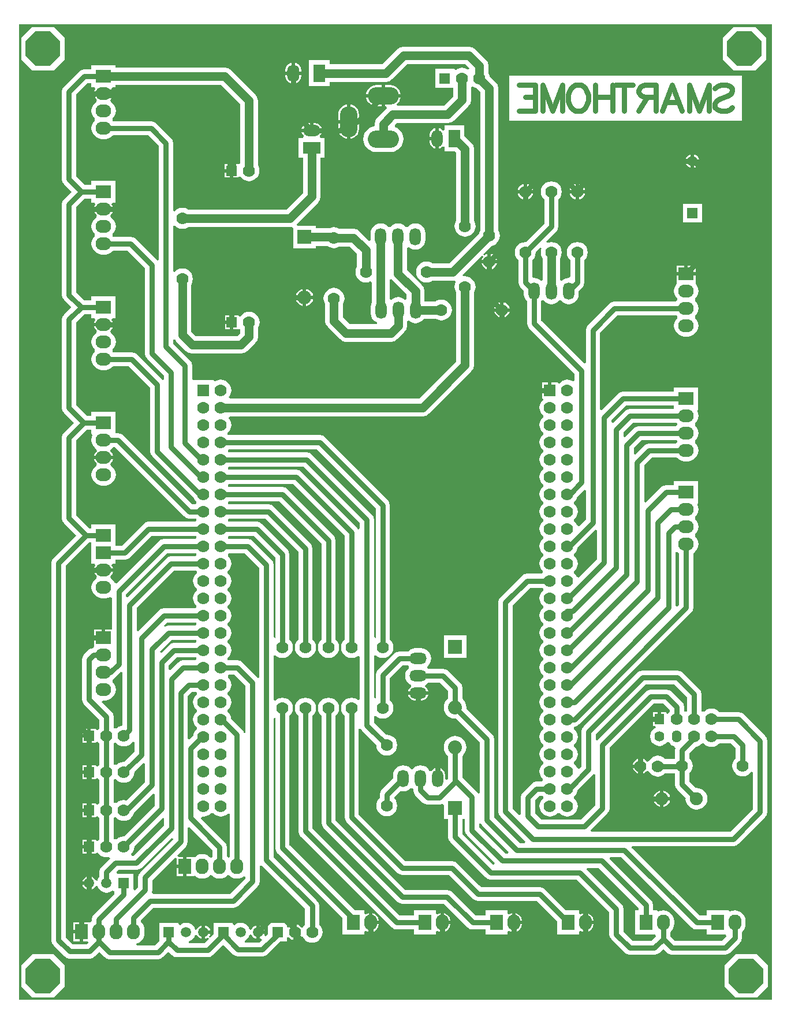
<source format=gbl>
G04*
G04 #@! TF.GenerationSoftware,Altium Limited,Altium Designer,18.1.6 (161)*
G04*
G04 Layer_Physical_Order=2*
G04 Layer_Color=16711680*
%FSTAX24Y24*%
%MOIN*%
G70*
G01*
G75*
%ADD45C,0.0500*%
%ADD46C,0.0300*%
%ADD47R,0.0900X0.0750*%
%ADD48O,0.0900X0.0750*%
%ADD49R,0.0750X0.0900*%
%ADD50O,0.0750X0.0900*%
%ADD51C,0.0591*%
%ADD52R,0.0591X0.0591*%
%ADD53C,0.0700*%
%ADD54R,0.0591X0.0591*%
%ADD55O,0.0660X0.1000*%
%ADD56R,0.0800X0.0800*%
%ADD57C,0.0800*%
%ADD58P,0.2165X8X22.5*%
%ADD59R,0.0700X0.0700*%
%ADD60O,0.1000X0.0660*%
%ADD61C,0.0750*%
%ADD62O,0.0700X0.1000*%
%ADD63R,0.0700X0.1000*%
%ADD64R,0.0560X0.0600*%
%ADD65O,0.0560X0.0700*%
%ADD66O,0.0560X0.0600*%
%ADD67O,0.1800X0.1000*%
%ADD68O,0.1000X0.1800*%
%ADD69O,0.0650X0.1000*%
%ADD70R,0.0650X0.1000*%
%ADD71O,0.1000X0.0650*%
%ADD72R,0.1000X0.0650*%
G36*
X079392Y019308D02*
X035908D01*
X035908Y075612D01*
X079392D01*
X079392Y019308D01*
D02*
G37*
%LPC*%
G36*
X0619Y07431D02*
X05812D01*
X057925Y074271D01*
X05776Y07416D01*
X056889Y07329D01*
X05385D01*
Y07353D01*
X05265D01*
Y07203D01*
X05385D01*
Y07227D01*
X0571D01*
X057295Y072309D01*
X05746Y07242D01*
X058331Y07329D01*
X061689D01*
X061918Y073061D01*
X061915Y073044D01*
X061806Y073001D01*
X061803Y073004D01*
X061657Y073065D01*
X0615Y073085D01*
X061343Y073065D01*
X061197Y073004D01*
X061145Y072964D01*
X061045Y073013D01*
Y073025D01*
X059955D01*
Y071935D01*
X06099D01*
Y071441D01*
X060459Y07091D01*
X057757D01*
X057723Y07101D01*
X057778Y071052D01*
X057874Y071177D01*
X057935Y071323D01*
X057942Y07138D01*
X05705D01*
Y070875D01*
X057131D01*
X057161Y070775D01*
X05714Y07076D01*
X05659Y07021D01*
X056479Y070045D01*
X05644Y06985D01*
Y069722D01*
X056354Y069711D01*
X056172Y069635D01*
X056015Y069515D01*
X055895Y069358D01*
X055819Y069176D01*
X055794Y06898D01*
X055819Y068784D01*
X055895Y068602D01*
X056015Y068445D01*
X056172Y068325D01*
X056354Y068249D01*
X05655Y068224D01*
X05735D01*
X057546Y068249D01*
X057728Y068325D01*
X057885Y068445D01*
X058005Y068602D01*
X058081Y068784D01*
X058106Y06898D01*
X058081Y069176D01*
X058005Y069358D01*
X057885Y069515D01*
X057728Y069635D01*
X057636Y069673D01*
X057612Y069791D01*
X057711Y06989D01*
X06067D01*
X060865Y069929D01*
X06103Y07004D01*
X06186Y07087D01*
X061971Y071035D01*
X06201Y07123D01*
Y071975D01*
X06211Y072023D01*
X062197Y071956D01*
X062343Y071895D01*
X062367Y071892D01*
X06256Y071699D01*
Y063721D01*
X062546Y063703D01*
X062485Y063557D01*
X062482Y063533D01*
X060759Y06181D01*
X059765D01*
X059747Y061824D01*
X059601Y061885D01*
X059444Y061905D01*
X059287Y061885D01*
X059141Y061824D01*
X059016Y061728D01*
X05892Y061603D01*
X058859Y061457D01*
X058839Y0613D01*
X058859Y061143D01*
X05892Y060997D01*
X059016Y060872D01*
X059141Y060776D01*
X059287Y060715D01*
X059444Y060695D01*
X059601Y060715D01*
X059747Y060776D01*
X059765Y06079D01*
X06097D01*
X061065Y060809D01*
X061082Y060797D01*
X061133Y060721D01*
X061085Y060607D01*
X061065Y06045D01*
X061085Y060293D01*
X061146Y060147D01*
X06116Y060129D01*
Y056141D01*
X059009Y05399D01*
X048075D01*
X048027Y05409D01*
X048094Y054177D01*
X048155Y054323D01*
X048175Y05448D01*
X048155Y054637D01*
X048094Y054783D01*
X047998Y054908D01*
X047873Y055004D01*
X047727Y055065D01*
X04757Y055085D01*
X047413Y055065D01*
X047267Y055004D01*
X04726Y054998D01*
X04717Y055042D01*
Y05508D01*
X04597D01*
X045908Y055154D01*
Y0559D01*
X045908Y0559D01*
X045877Y056056D01*
X045788Y056188D01*
X044808Y057169D01*
Y057401D01*
X044908Y057432D01*
X04499Y05731D01*
X04556Y05674D01*
X045725Y056629D01*
X04592Y05659D01*
X048733D01*
X048928Y056629D01*
X049094Y05674D01*
X04956Y057206D01*
X049671Y057372D01*
X04971Y057567D01*
Y058079D01*
X049724Y058097D01*
X049785Y058243D01*
X049805Y0584D01*
X049785Y058557D01*
X049724Y058703D01*
X049628Y058828D01*
X049503Y058924D01*
X049357Y058985D01*
X0492Y059005D01*
X049043Y058985D01*
X048897Y058924D01*
X048772Y058828D01*
X048695Y058728D01*
X048595Y058759D01*
Y058795D01*
X0483D01*
Y0584D01*
Y058005D01*
X048595D01*
Y058005D01*
X04869Y057992D01*
Y057778D01*
X048522Y05761D01*
X046131D01*
X04586Y057881D01*
Y060579D01*
X045874Y060597D01*
X045935Y060743D01*
X045955Y0609D01*
X045935Y061057D01*
X045874Y061203D01*
X045778Y061328D01*
X045653Y061424D01*
X045507Y061485D01*
X04535Y061505D01*
X045193Y061485D01*
X045047Y061424D01*
X044922Y061328D01*
X044908Y061309D01*
X044808Y061343D01*
Y063957D01*
X044908Y063991D01*
X044922Y063972D01*
X045047Y063876D01*
X045193Y063815D01*
X04535Y063795D01*
X045507Y063815D01*
X045653Y063876D01*
X045671Y06389D01*
X05155D01*
X05165Y06391D01*
X05175Y063828D01*
Y062674D01*
X05305D01*
Y062814D01*
X053721D01*
X053797Y062756D01*
X053943Y062695D01*
X0541Y062675D01*
X054257Y062695D01*
X054403Y062756D01*
X054421Y06277D01*
X055009D01*
X055434Y062345D01*
Y061621D01*
X05542Y061603D01*
X055359Y061457D01*
X055339Y0613D01*
X055359Y061143D01*
X05542Y060997D01*
X055516Y060872D01*
X055641Y060776D01*
X055787Y060715D01*
X055944Y060695D01*
X056101Y060715D01*
X05619Y060753D01*
X05629Y060689D01*
Y059531D01*
X056245Y059421D01*
X056225Y05927D01*
Y05893D01*
X056245Y058779D01*
X056303Y058637D01*
X056396Y058516D01*
X056517Y058423D01*
X056598Y05839D01*
X056578Y05829D01*
X055011D01*
X05461Y058691D01*
Y059459D01*
X054624Y059477D01*
X054685Y059623D01*
X054705Y05978D01*
X054685Y059937D01*
X054624Y060083D01*
X054528Y060208D01*
X054403Y060304D01*
X054257Y060365D01*
X0541Y060385D01*
X053943Y060365D01*
X053797Y060304D01*
X053672Y060208D01*
X053576Y060083D01*
X053515Y059937D01*
X053495Y05978D01*
X053515Y059623D01*
X053576Y059477D01*
X05359Y059459D01*
Y05848D01*
X053629Y058285D01*
X05374Y05812D01*
X05444Y05742D01*
X054605Y057309D01*
X0548Y05727D01*
X05738D01*
X057575Y057309D01*
X05774Y05742D01*
X05817Y057849D01*
X058281Y058015D01*
X058319Y05821D01*
Y058464D01*
X058419Y058498D01*
X058517Y058423D01*
X058658Y058365D01*
X05881Y058345D01*
X058961Y058365D01*
X059102Y058423D01*
X059223Y058516D01*
X05928Y05859D01*
X059991D01*
X059997Y058586D01*
X060143Y058525D01*
X0603Y058505D01*
X060457Y058525D01*
X060603Y058586D01*
X060728Y058682D01*
X060824Y058807D01*
X060885Y058953D01*
X060905Y05911D01*
X060885Y059266D01*
X060824Y059412D01*
X060728Y059538D01*
X060603Y059634D01*
X060457Y059694D01*
X0603Y059715D01*
X060143Y059694D01*
X059997Y059634D01*
X059966Y05961D01*
X059319D01*
Y060204D01*
X059281Y060399D01*
X05917Y060565D01*
X05831Y061425D01*
Y062714D01*
X05841Y062748D01*
X058507Y062673D01*
X058649Y062615D01*
X0588Y062595D01*
X058951Y062615D01*
X059092Y062673D01*
X059214Y062766D01*
X059307Y062888D01*
X059365Y063029D01*
X059385Y06318D01*
Y06352D01*
X059365Y063671D01*
X059307Y063812D01*
X059214Y063934D01*
X059092Y064027D01*
X058951Y064085D01*
X0588Y064105D01*
X058649Y064085D01*
X058507Y064027D01*
X058386Y063934D01*
X05835Y063886D01*
X05825D01*
X058214Y063934D01*
X058092Y064027D01*
X057951Y064085D01*
X0578Y064105D01*
X057649Y064085D01*
X057508Y064027D01*
X057386Y063934D01*
X05735Y063886D01*
X05725D01*
X057214Y063934D01*
X057092Y064027D01*
X056951Y064085D01*
X0568Y064105D01*
X056649Y064085D01*
X056508Y064027D01*
X056386Y063934D01*
X056293Y063812D01*
X056235Y063671D01*
X056215Y06352D01*
Y06318D01*
X05622Y063142D01*
X056125Y063096D01*
X05558Y06364D01*
X055415Y063751D01*
X05522Y06379D01*
X054421D01*
X054403Y063804D01*
X054257Y063865D01*
X0541Y063885D01*
X053943Y063865D01*
X053869Y063834D01*
X05305D01*
Y063974D01*
X051986D01*
X051945Y064074D01*
X05318Y06531D01*
X053291Y065475D01*
X05333Y06567D01*
Y067895D01*
X05357D01*
Y069045D01*
X053304D01*
X053274Y069145D01*
X053301Y069164D01*
X053395Y069304D01*
X053408Y06937D01*
X05282D01*
X052232D01*
X052245Y069304D01*
X052339Y069164D01*
X052366Y069145D01*
X052336Y069045D01*
X05207D01*
Y067895D01*
X05231D01*
Y065881D01*
X051339Y06491D01*
X045671D01*
X045653Y064924D01*
X045507Y064985D01*
X04535Y065005D01*
X045193Y064985D01*
X045047Y064924D01*
X044922Y064828D01*
X044908Y064809D01*
X044808Y064843D01*
Y06874D01*
X044808Y06874D01*
X044777Y068896D01*
X044688Y069028D01*
X044688Y069028D01*
X043828Y069888D01*
X043696Y069977D01*
X04354Y070008D01*
X04354Y070008D01*
X04135D01*
X041329Y070035D01*
X041315Y070076D01*
Y070124D01*
X041329Y070165D01*
X041421Y070285D01*
X041484Y070437D01*
X041505Y0706D01*
X041484Y070763D01*
X041421Y070915D01*
X041321Y071046D01*
X041209Y071132D01*
X041193Y071241D01*
X041217Y071258D01*
X041322Y071415D01*
X041339Y0715D01*
X0408D01*
X040261D01*
X040278Y071415D01*
X040383Y071258D01*
X040407Y071241D01*
X040391Y071132D01*
X040279Y071046D01*
X040179Y070915D01*
X040116Y070763D01*
X040095Y0706D01*
X040116Y070437D01*
X040179Y070285D01*
X040271Y070165D01*
X040285Y070124D01*
Y070076D01*
X040271Y070035D01*
X040179Y069915D01*
X040116Y069763D01*
X040095Y0696D01*
X040116Y069437D01*
X040179Y069285D01*
X040279Y069154D01*
X04041Y069054D01*
X040562Y068991D01*
X040725Y06897D01*
X040875D01*
X041038Y068991D01*
X04119Y069054D01*
X041321Y069154D01*
X04135Y069192D01*
X043371D01*
X043992Y068571D01*
Y062013D01*
X043892Y061983D01*
X043888Y061988D01*
X043888Y061988D01*
X042655Y063222D01*
X042523Y06331D01*
X042367Y063341D01*
X042367Y063341D01*
X04135D01*
X041329Y063368D01*
X041315Y063409D01*
Y063458D01*
X041329Y063499D01*
X041421Y063618D01*
X041484Y06377D01*
X041505Y063933D01*
X041484Y064096D01*
X041421Y064249D01*
X041321Y064379D01*
X041209Y064465D01*
X041193Y064574D01*
X041217Y064591D01*
X041322Y064748D01*
X041339Y064833D01*
X0408D01*
X040261D01*
X040278Y064748D01*
X040383Y064591D01*
X040407Y064574D01*
X040391Y064465D01*
X040279Y064379D01*
X040179Y064249D01*
X040116Y064096D01*
X040095Y063933D01*
X040116Y06377D01*
X040179Y063618D01*
X040271Y063499D01*
X040285Y063458D01*
Y063409D01*
X040271Y063368D01*
X040179Y063249D01*
X040116Y063096D01*
X040095Y062933D01*
X040116Y06277D01*
X040179Y062618D01*
X040279Y062488D01*
X04041Y062387D01*
X040562Y062324D01*
X040725Y062303D01*
X040875D01*
X041038Y062324D01*
X04119Y062387D01*
X041321Y062488D01*
X04135Y062526D01*
X042198D01*
X043192Y061531D01*
Y0566D01*
X043192Y0566D01*
X043223Y056444D01*
X043312Y056312D01*
X044292Y055331D01*
Y055113D01*
X044192Y055083D01*
X044188Y055088D01*
X044188Y055088D01*
X042722Y056555D01*
X042589Y056643D01*
X042433Y056674D01*
X042433Y056674D01*
X04135D01*
X041329Y056701D01*
X041315Y056742D01*
Y056791D01*
X041329Y056832D01*
X041421Y056951D01*
X041484Y057104D01*
X041505Y057267D01*
X041484Y05743D01*
X041421Y057582D01*
X041321Y057712D01*
X041209Y057798D01*
X041193Y057908D01*
X041217Y057924D01*
X041322Y058081D01*
X041339Y058167D01*
X0408D01*
X040261D01*
X040278Y058081D01*
X040383Y057924D01*
X040407Y057908D01*
X040391Y057798D01*
X040279Y057712D01*
X040179Y057582D01*
X040116Y05743D01*
X040095Y057267D01*
X040116Y057104D01*
X040179Y056951D01*
X040271Y056832D01*
X040285Y056791D01*
Y056742D01*
X040271Y056701D01*
X040179Y056582D01*
X040116Y05643D01*
X040095Y056267D01*
X040116Y056104D01*
X040179Y055951D01*
X040279Y055821D01*
X04041Y055721D01*
X040562Y055658D01*
X040725Y055636D01*
X040875D01*
X041038Y055658D01*
X04119Y055721D01*
X041321Y055821D01*
X04135Y055859D01*
X042264D01*
X043492Y054631D01*
Y05095D01*
X043492Y05095D01*
X043523Y050794D01*
X043612Y050662D01*
X046011Y048263D01*
X046046Y048177D01*
X046142Y048052D01*
X046143Y047942D01*
X046088Y047888D01*
X045912D01*
X041911Y051888D01*
X041779Y051977D01*
X041623Y052008D01*
X041623Y052008D01*
X0415D01*
Y053225D01*
X0401D01*
Y053008D01*
X039829D01*
X039208Y053629D01*
Y058384D01*
X039682Y058859D01*
X0401D01*
Y058642D01*
X040284D01*
X040337Y058542D01*
X040278Y058452D01*
X040261Y058367D01*
X0408D01*
X041339D01*
X041322Y058452D01*
X041263Y058542D01*
X041316Y058642D01*
X0415D01*
Y059892D01*
X0401D01*
Y059675D01*
X039682D01*
X039208Y060149D01*
Y065031D01*
X039702Y065525D01*
X0401D01*
Y065308D01*
X040284D01*
X040337Y065208D01*
X040278Y065119D01*
X040261Y065033D01*
X0408D01*
X041339D01*
X041322Y065119D01*
X041263Y065208D01*
X041316Y065308D01*
X0415D01*
Y066558D01*
X0401D01*
Y066341D01*
X039702D01*
X039208Y066836D01*
Y071531D01*
X039869Y072192D01*
X0401D01*
Y071975D01*
X040284D01*
X040337Y071875D01*
X040278Y071785D01*
X040261Y0717D01*
X0408D01*
X041339D01*
X041322Y071785D01*
X041263Y071875D01*
X041316Y071975D01*
X0415D01*
Y07209D01*
X047589D01*
X048688Y070991D01*
Y067556D01*
X048593Y067543D01*
Y067543D01*
X048298D01*
Y067148D01*
Y066753D01*
X048593D01*
Y066789D01*
X048693Y06682D01*
X04877Y06672D01*
X048895Y066624D01*
X049041Y066563D01*
X049198Y066543D01*
X049355Y066563D01*
X049501Y066624D01*
X049626Y06672D01*
X049722Y066845D01*
X049783Y066991D01*
X049803Y067148D01*
X049783Y067305D01*
X049722Y067451D01*
X049708Y067469D01*
Y071202D01*
X049669Y071397D01*
X049559Y071562D01*
X04816Y07296D01*
X047995Y073071D01*
X0478Y07311D01*
X0415D01*
Y073225D01*
X0401D01*
Y073008D01*
X0397D01*
X039544Y072977D01*
X039412Y072888D01*
X039412Y072888D01*
X038512Y071988D01*
X038423Y071856D01*
X038392Y0717D01*
X038392Y0717D01*
Y066667D01*
X038392Y066667D01*
X038423Y066511D01*
X038512Y066378D01*
X038957Y065933D01*
X038512Y065488D01*
X038423Y065356D01*
X038392Y0652D01*
X038392Y0652D01*
Y05998D01*
X038392Y05998D01*
X038423Y059824D01*
X038512Y059692D01*
X038937Y059267D01*
X038512Y058842D01*
X038423Y058709D01*
X038392Y058553D01*
X038392Y058553D01*
Y05346D01*
X038392Y05346D01*
X038423Y053304D01*
X038512Y053172D01*
X039083Y0526D01*
X038512Y052028D01*
X038423Y051896D01*
X038392Y05174D01*
X038392Y05174D01*
Y0471D01*
X038392Y0471D01*
X038423Y046944D01*
X038512Y046812D01*
X039223Y0461D01*
X037912Y044788D01*
X037823Y044656D01*
X037792Y0445D01*
X037792Y0445D01*
X037792Y02273D01*
X037792Y02273D01*
X037823Y022574D01*
X037912Y022442D01*
X038557Y021797D01*
X038557Y021797D01*
X038689Y021708D01*
X038845Y021677D01*
X039985D01*
X039985Y021677D01*
X040141Y021708D01*
X040273Y021797D01*
X040542Y022066D01*
X040854Y021754D01*
X040854Y021754D01*
X040986Y021666D01*
X041143Y021635D01*
X043942D01*
X043942Y021635D01*
X044099Y021666D01*
X044231Y021754D01*
X04455Y022073D01*
X044752Y021872D01*
X044752Y021872D01*
X044884Y021783D01*
X04504Y021752D01*
X04681D01*
X04681Y021752D01*
X046966Y021783D01*
X047098Y021872D01*
X04771Y022483D01*
X048282Y021912D01*
X048282Y021912D01*
X048414Y021823D01*
X04857Y021792D01*
X04857Y021792D01*
X04996D01*
X04996Y021792D01*
X050116Y021823D01*
X050248Y021912D01*
X050991Y022655D01*
X051385D01*
Y022891D01*
X051485Y022921D01*
X051516Y022876D01*
X051664Y022776D01*
X05174Y022761D01*
Y0232D01*
Y023639D01*
X051664Y023624D01*
X051516Y023524D01*
X051485Y023479D01*
X051385Y023509D01*
Y023745D01*
X050295D01*
Y023111D01*
X050149Y022966D01*
X050072Y02303D01*
X050082Y023046D01*
X050093Y0231D01*
X04981D01*
Y022817D01*
X049864Y022828D01*
X04988Y022838D01*
X049944Y022761D01*
X049791Y022608D01*
X048967D01*
X048947Y022708D01*
X048985Y022724D01*
X049099Y022811D01*
X049186Y022925D01*
X049236Y023045D01*
X049273Y023053D01*
X049339Y023043D01*
X049425Y022915D01*
X049556Y022828D01*
X04961Y022817D01*
Y0232D01*
Y023583D01*
X049556Y023572D01*
X049425Y023485D01*
X049339Y023357D01*
X049273Y023347D01*
X049236Y023355D01*
X049186Y023475D01*
X049099Y023589D01*
X048985Y023676D01*
X048852Y023731D01*
X04871Y02375D01*
X048568Y023731D01*
X048435Y023676D01*
X048355Y023615D01*
X048255Y02366D01*
Y023745D01*
X047165D01*
Y023091D01*
X046949Y022876D01*
X046871Y02294D01*
X046942Y023046D01*
X046953Y0231D01*
X04667D01*
Y022817D01*
X046724Y022828D01*
X04683Y022899D01*
X046894Y022821D01*
X046641Y022568D01*
X045712D01*
X045705Y022668D01*
X045712Y022669D01*
X045845Y022724D01*
X045959Y022811D01*
X046046Y022925D01*
X046096Y023045D01*
X046133Y023053D01*
X046199Y023043D01*
X046285Y022915D01*
X046416Y022828D01*
X04647Y022817D01*
Y0232D01*
Y023583D01*
X046416Y023572D01*
X046285Y023485D01*
X046199Y023357D01*
X046133Y023347D01*
X046096Y023355D01*
X046046Y023475D01*
X045959Y023589D01*
X045845Y023676D01*
X045712Y023731D01*
X04557Y02375D01*
X045428Y023731D01*
X045295Y023676D01*
X045215Y023615D01*
X045115Y02366D01*
Y023745D01*
X044025D01*
Y022701D01*
X043774Y02245D01*
X042712D01*
X042693Y022546D01*
X042845Y022609D01*
X042976Y022709D01*
X043076Y02284D01*
X043139Y022992D01*
X04316Y023155D01*
Y023305D01*
X043139Y023468D01*
X043076Y02362D01*
X042976Y023751D01*
X042954Y023768D01*
X042949Y023872D01*
X043669Y024592D01*
X04828D01*
X04828Y024592D01*
X048436Y024623D01*
X048568Y024712D01*
X049688Y025832D01*
X049777Y025964D01*
X049808Y02612D01*
X049808Y02612D01*
Y027047D01*
X049908Y027077D01*
X049912Y027072D01*
X052432Y024551D01*
Y023643D01*
X052412Y023628D01*
X052316Y023503D01*
X052304Y023474D01*
X052205Y023464D01*
X052164Y023524D01*
X052016Y023624D01*
X05194Y023639D01*
Y0232D01*
Y022761D01*
X052016Y022776D01*
X052164Y022876D01*
X052205Y022936D01*
X052304Y022926D01*
X052316Y022897D01*
X052412Y022772D01*
X052537Y022676D01*
X052683Y022615D01*
X05284Y022595D01*
X052997Y022615D01*
X053143Y022676D01*
X053268Y022772D01*
X053364Y022897D01*
X053425Y023043D01*
X053445Y0232D01*
X053425Y023357D01*
X053364Y023503D01*
X053268Y023628D01*
X053248Y023643D01*
Y02472D01*
X053248Y02472D01*
X053217Y024876D01*
X053128Y025008D01*
X053128Y025008D01*
X050608Y027529D01*
Y035542D01*
X050708Y035591D01*
X050712Y035588D01*
Y02807D01*
X050712Y02807D01*
X050743Y027914D01*
X050832Y027782D01*
X054595Y024018D01*
Y02306D01*
X055845D01*
Y023244D01*
X055945Y023297D01*
X056035Y023238D01*
X05612Y023221D01*
Y02376D01*
Y024299D01*
X056035Y024282D01*
X055945Y024223D01*
X055845Y024276D01*
Y02446D01*
X055307D01*
X051528Y028239D01*
Y035687D01*
X051548Y035702D01*
X051644Y035827D01*
X051705Y035973D01*
X051725Y03613D01*
X051705Y036287D01*
X051644Y036433D01*
X051548Y036558D01*
X051423Y036654D01*
X051277Y036715D01*
X05112Y036735D01*
X050963Y036715D01*
X050817Y036654D01*
X050708Y03657D01*
X050608Y036597D01*
Y039163D01*
X050708Y03919D01*
X050817Y039106D01*
X050963Y039045D01*
X05112Y039025D01*
X051277Y039045D01*
X051423Y039106D01*
X051548Y039202D01*
X051644Y039327D01*
X051705Y039473D01*
X051725Y03963D01*
X051705Y039787D01*
X051644Y039933D01*
X051548Y040058D01*
X051528Y040073D01*
Y045D01*
X051528Y045D01*
X051497Y045156D01*
X051408Y045288D01*
X049928Y046768D01*
X049796Y046857D01*
X04964Y046888D01*
X04964Y046888D01*
X048013D01*
X047998Y046908D01*
X047997Y047018D01*
X048052Y047072D01*
X050151D01*
X052045Y045178D01*
Y040073D01*
X052025Y040058D01*
X051929Y039933D01*
X051869Y039787D01*
X051848Y03963D01*
X051869Y039473D01*
X051929Y039327D01*
X052025Y039202D01*
X052151Y039106D01*
X052297Y039045D01*
X052453Y039025D01*
X05261Y039045D01*
X052756Y039106D01*
X052881Y039202D01*
X052977Y039327D01*
X053038Y039473D01*
X053059Y03963D01*
X053038Y039787D01*
X052977Y039933D01*
X052881Y040058D01*
X052861Y040073D01*
Y045347D01*
X05283Y045503D01*
X052742Y045635D01*
X052742Y045635D01*
X050608Y047768D01*
X050476Y047857D01*
X05032Y047888D01*
X05032Y047888D01*
X048013D01*
X047998Y047908D01*
X047997Y048018D01*
X048052Y048072D01*
X050951D01*
X053379Y045644D01*
Y040073D01*
X053359Y040058D01*
X053263Y039933D01*
X053202Y039787D01*
X053181Y03963D01*
X053202Y039473D01*
X053263Y039327D01*
X053359Y039202D01*
X053484Y039106D01*
X05363Y039045D01*
X053787Y039025D01*
X053943Y039045D01*
X054089Y039106D01*
X054215Y039202D01*
X054311Y039327D01*
X054371Y039473D01*
X054392Y03963D01*
X054371Y039787D01*
X054311Y039933D01*
X054215Y040058D01*
X054194Y040073D01*
Y045813D01*
X054194Y045813D01*
X054163Y045969D01*
X054075Y046102D01*
X054075Y046102D01*
X051408Y048768D01*
X051276Y048857D01*
X05112Y048888D01*
X05112Y048888D01*
X048013D01*
X047998Y048908D01*
X047997Y049018D01*
X048052Y049072D01*
X051751D01*
X054712Y046111D01*
Y040073D01*
X054692Y040058D01*
X054596Y039933D01*
X054535Y039787D01*
X054515Y03963D01*
X054535Y039473D01*
X054596Y039327D01*
X054692Y039202D01*
X054817Y039106D01*
X054963Y039045D01*
X05512Y039025D01*
X055277Y039045D01*
X055423Y039106D01*
X055492Y039159D01*
X055592Y03911D01*
Y03665D01*
X055492Y036601D01*
X055423Y036654D01*
X055277Y036715D01*
X05512Y036735D01*
X054963Y036715D01*
X054817Y036654D01*
X054692Y036558D01*
X054596Y036433D01*
X054535Y036287D01*
X054515Y03613D01*
X054535Y035973D01*
X054596Y035827D01*
X054692Y035702D01*
X054712Y035687D01*
Y029841D01*
X054712Y029841D01*
X054743Y029685D01*
X054832Y029552D01*
X057772Y026612D01*
X057772Y026612D01*
X057905Y026523D01*
X058061Y026492D01*
X06076D01*
X062141Y025112D01*
X062141Y025112D01*
X062273Y025023D01*
X062429Y024992D01*
X065807D01*
X066991Y023808D01*
Y02306D01*
X068241D01*
Y023244D01*
X068341Y023297D01*
X068431Y023238D01*
X068516Y023221D01*
Y02376D01*
Y024299D01*
X068431Y024282D01*
X068341Y024223D01*
X068241Y024276D01*
Y02446D01*
X067493D01*
X066264Y025688D01*
X066132Y025777D01*
X065976Y025808D01*
X065976Y025808D01*
X062598D01*
X061218Y027188D01*
X061085Y027277D01*
X060929Y027308D01*
X060929Y027308D01*
X05823D01*
X055528Y03001D01*
Y034917D01*
X055621Y034976D01*
X055628Y034975D01*
X055712Y03485D01*
X056546Y034015D01*
X056543Y03399D01*
X056564Y033833D01*
X056624Y033687D01*
X05672Y033562D01*
X056846Y033466D01*
X056992Y033405D01*
X057148Y033385D01*
X057305Y033405D01*
X057451Y033466D01*
X057576Y033562D01*
X057672Y033687D01*
X057733Y033833D01*
X057754Y03399D01*
X057733Y034147D01*
X057672Y034293D01*
X057576Y034418D01*
X057451Y034514D01*
X057305Y034575D01*
X057148Y034595D01*
X057123Y034592D01*
X056408Y035307D01*
Y035663D01*
X056508Y03569D01*
X056617Y035606D01*
X056763Y035545D01*
X05692Y035525D01*
X057077Y035545D01*
X057223Y035606D01*
X057348Y035702D01*
X057444Y035827D01*
X057505Y035973D01*
X057525Y03613D01*
X057505Y036287D01*
X057444Y036433D01*
X057348Y036558D01*
X057328Y036573D01*
Y037867D01*
X058053Y038592D01*
X058372D01*
X058376Y038586D01*
X058424Y03855D01*
Y03845D01*
X058376Y038414D01*
X058283Y038293D01*
X058225Y038151D01*
X058205Y038D01*
X058225Y037849D01*
X058283Y037708D01*
X058376Y037586D01*
X058498Y037493D01*
X058545Y037474D01*
X058556Y037361D01*
X05848Y03731D01*
X058385Y037168D01*
X058371Y0371D01*
X05896D01*
X059549D01*
X059535Y037168D01*
X05944Y03731D01*
X059364Y037361D01*
X059375Y037474D01*
X059422Y037493D01*
X059544Y037586D01*
X059548Y037592D01*
X060231D01*
X060692Y037131D01*
Y036686D01*
X060636Y036644D01*
X060532Y036508D01*
X060467Y03635D01*
X060444Y03618D01*
X060467Y03601D01*
X060532Y035852D01*
X060636Y035716D01*
X060772Y035612D01*
X06093Y035547D01*
X0611Y035524D01*
X06117Y035534D01*
X062523Y03418D01*
Y031218D01*
X062423Y031188D01*
X062356Y031288D01*
X061508Y032137D01*
Y033374D01*
X061564Y033416D01*
X061668Y033552D01*
X061733Y03371D01*
X061756Y03388D01*
X061733Y03405D01*
X061668Y034208D01*
X061564Y034344D01*
X061428Y034448D01*
X06127Y034513D01*
X0611Y034536D01*
X06093Y034513D01*
X060772Y034448D01*
X060636Y034344D01*
X060532Y034208D01*
X060467Y03405D01*
X060444Y03388D01*
X060467Y03371D01*
X060532Y033552D01*
X060636Y033416D01*
X060692Y033374D01*
Y032046D01*
X060617Y031984D01*
X060528Y032021D01*
Y03225D01*
X060495Y032418D01*
X0604Y03256D01*
X060258Y032655D01*
X06019Y032669D01*
Y03208D01*
X05999D01*
Y032669D01*
X059922Y032655D01*
X05978Y03256D01*
X059729Y032484D01*
X059616Y032495D01*
X059597Y032543D01*
X059504Y032664D01*
X059383Y032757D01*
X059241Y032815D01*
X05909Y032835D01*
X058939Y032815D01*
X058797Y032757D01*
X058676Y032664D01*
X05864Y032616D01*
X05854D01*
X058504Y032664D01*
X058383Y032757D01*
X058241Y032815D01*
X05809Y032835D01*
X057939Y032815D01*
X057797Y032757D01*
X057676Y032664D01*
X057583Y032543D01*
X057525Y032401D01*
X057505Y03225D01*
Y032072D01*
X05686Y031427D01*
X056772Y031294D01*
X05674Y031138D01*
X05674Y031138D01*
Y030933D01*
X05672Y030918D01*
X056624Y030793D01*
X056564Y030647D01*
X056543Y03049D01*
X056564Y030333D01*
X056624Y030187D01*
X05672Y030062D01*
X056846Y029966D01*
X056992Y029905D01*
X057148Y029885D01*
X057305Y029905D01*
X057451Y029966D01*
X057576Y030062D01*
X057672Y030187D01*
X057733Y030333D01*
X057754Y03049D01*
X057733Y030647D01*
X057672Y030793D01*
X057576Y030918D01*
X057603Y031016D01*
X057934Y031347D01*
X057939Y031345D01*
X05809Y031325D01*
X058241Y031345D01*
X058383Y031403D01*
X058504Y031496D01*
X058516Y031513D01*
X058629Y031517D01*
X058682Y031461D01*
Y03139D01*
X058682Y03139D01*
X058713Y031234D01*
X058802Y031102D01*
X059222Y030682D01*
X059222Y030682D01*
X059354Y030593D01*
X05951Y030562D01*
X05951Y030562D01*
X060196D01*
X060196Y030562D01*
X06035Y030593D01*
X060368Y030596D01*
X06045Y03054D01*
Y02973D01*
X060692D01*
Y0287D01*
X060692Y0287D01*
X060723Y028544D01*
X060812Y028412D01*
X062862Y026362D01*
X062862Y026362D01*
X062994Y026273D01*
X06315Y026242D01*
X06315Y026242D01*
X068119D01*
X069992Y024369D01*
Y02308D01*
X069992Y02308D01*
X070023Y022924D01*
X070112Y022792D01*
X070892Y022012D01*
X070892Y022012D01*
X071024Y021923D01*
X07118Y021892D01*
X07118Y021892D01*
X072598D01*
X072598Y021892D01*
X072754Y021923D01*
X072886Y022012D01*
X073108Y022233D01*
X07333Y022012D01*
X073462Y021923D01*
X073618Y021892D01*
X073618Y021892D01*
X076675D01*
X076675Y021892D01*
X076831Y021923D01*
X076963Y022012D01*
X077528Y022577D01*
X077528Y022577D01*
X077617Y022709D01*
X077648Y022865D01*
X077648Y022865D01*
Y02321D01*
X077686Y023239D01*
X077786Y02337D01*
X077849Y023522D01*
X07787Y023685D01*
Y023835D01*
X077849Y023998D01*
X077786Y02415D01*
X077686Y024281D01*
X077555Y024381D01*
X077403Y024444D01*
X07724Y024465D01*
X077077Y024444D01*
X076965Y024398D01*
X076865Y024452D01*
Y02446D01*
X075615D01*
Y024168D01*
X075209D01*
X071297Y02808D01*
X071335Y028172D01*
X07715D01*
X07715Y028172D01*
X077306Y028203D01*
X077438Y028292D01*
X078988Y029842D01*
X079077Y029974D01*
X079108Y03013D01*
X079108Y03013D01*
Y03425D01*
X079108Y03425D01*
X079077Y034406D01*
X078988Y034538D01*
X077738Y035788D01*
X077606Y035877D01*
X07745Y035908D01*
X07745Y035908D01*
X076343D01*
X076328Y035928D01*
X076203Y036024D01*
X076057Y036085D01*
X0759Y036105D01*
X075743Y036085D01*
X075597Y036024D01*
X075472Y035928D01*
X075362Y035927D01*
X075308Y035982D01*
Y036935D01*
X075308Y036935D01*
X075277Y037091D01*
X075188Y037223D01*
X074223Y038188D01*
X074091Y038277D01*
X073935Y038308D01*
X073935Y038308D01*
X07192D01*
X071764Y038277D01*
X071632Y038188D01*
X068512Y035068D01*
X068423Y034936D01*
X068392Y03478D01*
X068392Y03478D01*
Y032771D01*
X068247Y032626D01*
X068143Y032664D01*
X068094Y032783D01*
X067998Y032908D01*
X067969Y03293D01*
Y03303D01*
X067998Y033052D01*
X068094Y033177D01*
X068155Y033323D01*
X068175Y03348D01*
X068155Y033637D01*
X068094Y033783D01*
X067998Y033908D01*
X067969Y03393D01*
Y03403D01*
X067998Y034052D01*
X068094Y034177D01*
X068155Y034323D01*
X068175Y03448D01*
X068155Y034637D01*
X068094Y034783D01*
X067998Y034908D01*
X067969Y03493D01*
Y03503D01*
X067998Y035052D01*
X068019Y03508D01*
X068136Y035103D01*
X068268Y035192D01*
X074723Y041647D01*
X074723Y041647D01*
X074812Y041779D01*
X074843Y041935D01*
X074843Y041935D01*
Y045068D01*
X074956Y045154D01*
X075056Y045285D01*
X075119Y045437D01*
X07514Y0456D01*
X075119Y045763D01*
X075056Y045915D01*
X074964Y046035D01*
X07495Y046076D01*
Y046124D01*
X074964Y046165D01*
X075056Y046285D01*
X075119Y046437D01*
X07514Y0466D01*
X075119Y046763D01*
X075056Y046915D01*
X074964Y047035D01*
X07495Y047076D01*
Y047124D01*
X074964Y047165D01*
X075056Y047285D01*
X075119Y047437D01*
X07514Y0476D01*
X075119Y047763D01*
X075073Y047875D01*
X075127Y047975D01*
X075135D01*
Y049225D01*
X073735D01*
Y049008D01*
X07329D01*
X073134Y048977D01*
X073002Y048888D01*
X073002Y048888D01*
X0721Y047987D01*
X072008Y048025D01*
Y050131D01*
X072469Y050592D01*
X073885D01*
X073914Y050554D01*
X074045Y050454D01*
X074197Y050391D01*
X07436Y05037D01*
X07451D01*
X074673Y050391D01*
X074825Y050454D01*
X074956Y050554D01*
X075056Y050685D01*
X075119Y050837D01*
X07514Y051D01*
X075119Y051163D01*
X075056Y051315D01*
X074964Y051435D01*
X07495Y051476D01*
Y051524D01*
X074964Y051565D01*
X075056Y051685D01*
X075119Y051837D01*
X07514Y052D01*
X075119Y052163D01*
X075056Y052315D01*
X074964Y052435D01*
X07495Y052476D01*
Y052524D01*
X074964Y052565D01*
X075056Y052685D01*
X075119Y052837D01*
X07514Y053D01*
X075119Y053163D01*
X075073Y053275D01*
X075127Y053375D01*
X075135D01*
Y054625D01*
X073735D01*
Y054408D01*
X0708D01*
X0708Y054408D01*
X070644Y054377D01*
X070512Y054288D01*
X06955Y053327D01*
X069458Y053365D01*
Y057781D01*
X070469Y058792D01*
X073885D01*
X073906Y058765D01*
X07392Y058724D01*
Y058676D01*
X073906Y058635D01*
X073814Y058515D01*
X073751Y058363D01*
X07373Y0582D01*
X073751Y058037D01*
X073814Y057885D01*
X073914Y057754D01*
X074045Y057654D01*
X074197Y057591D01*
X07436Y05757D01*
X07451D01*
X074673Y057591D01*
X074825Y057654D01*
X074956Y057754D01*
X075056Y057885D01*
X075119Y058037D01*
X07514Y0582D01*
X075119Y058363D01*
X075056Y058515D01*
X074964Y058635D01*
X07495Y058676D01*
Y058724D01*
X074964Y058765D01*
X075056Y058885D01*
X075119Y059037D01*
X07514Y0592D01*
X075119Y059363D01*
X075056Y059515D01*
X074964Y059635D01*
X07495Y059676D01*
Y059724D01*
X074964Y059765D01*
X075056Y059885D01*
X075119Y060037D01*
X07514Y0602D01*
X075119Y060363D01*
X075056Y060515D01*
X074972Y060625D01*
X074985Y060725D01*
X074985D01*
Y0611D01*
X074435D01*
X073885D01*
Y060725D01*
X073885D01*
X073898Y060625D01*
X073814Y060515D01*
X073751Y060363D01*
X07373Y0602D01*
X073751Y060037D01*
X073814Y059885D01*
X073906Y059765D01*
X07392Y059724D01*
Y059693D01*
X073848Y059608D01*
X0703D01*
X0703Y059608D01*
X070144Y059577D01*
X070012Y059488D01*
X068762Y058238D01*
X068673Y058106D01*
X068642Y05795D01*
X068642Y05795D01*
Y056065D01*
X06855Y056027D01*
X06606Y058516D01*
Y059616D01*
X066066Y059621D01*
X066102Y059668D01*
X066202D01*
X066239Y059621D01*
X06636Y059528D01*
X066501Y059469D01*
X066652Y059449D01*
X066804Y059469D01*
X066945Y059528D01*
X067066Y059621D01*
X067102Y059668D01*
X067202D01*
X067239Y059621D01*
X06736Y059528D01*
X067501Y059469D01*
X067652Y059449D01*
X067804Y059469D01*
X067945Y059528D01*
X068066Y059621D01*
X068159Y059742D01*
X068218Y059883D01*
X068237Y060034D01*
Y060213D01*
X068438Y060413D01*
X068527Y060546D01*
X068558Y060702D01*
Y061987D01*
X068578Y062002D01*
X068674Y062127D01*
X068735Y062273D01*
X068755Y06243D01*
X068735Y062587D01*
X068674Y062733D01*
X068578Y062858D01*
X068453Y062954D01*
X068307Y063015D01*
X06815Y063035D01*
X067993Y063015D01*
X067847Y062954D01*
X067722Y062858D01*
X067626Y062733D01*
X067565Y062587D01*
X067545Y06243D01*
X067565Y062273D01*
X067626Y062127D01*
X067722Y062002D01*
X067742Y061987D01*
Y061023D01*
X067667Y060957D01*
X067652Y060959D01*
X067501Y060939D01*
X06736Y060881D01*
X06726Y060804D01*
X06716Y060836D01*
Y062109D01*
X067174Y062127D01*
X067235Y062273D01*
X067255Y06243D01*
X067235Y062587D01*
X067174Y062733D01*
X067078Y062858D01*
X066953Y062954D01*
X066807Y063015D01*
X06665Y063035D01*
X066493Y063015D01*
X066424Y062986D01*
X066367Y063071D01*
X066938Y063642D01*
X066938Y063642D01*
X067027Y063774D01*
X067058Y06393D01*
Y065487D01*
X067078Y065502D01*
X067174Y065627D01*
X067235Y065773D01*
X067255Y06593D01*
X067235Y066087D01*
X067174Y066233D01*
X067078Y066358D01*
X066953Y066454D01*
X066807Y066515D01*
X06665Y066535D01*
X066493Y066515D01*
X066347Y066454D01*
X066222Y066358D01*
X066126Y066233D01*
X066065Y066087D01*
X066045Y06593D01*
X066065Y065773D01*
X066126Y065627D01*
X066222Y065502D01*
X066242Y065487D01*
Y064099D01*
X065175Y063032D01*
X06515Y063035D01*
X064993Y063015D01*
X064847Y062954D01*
X064722Y062858D01*
X064626Y062733D01*
X064565Y062587D01*
X064545Y06243D01*
X064565Y062273D01*
X064626Y062127D01*
X064722Y062002D01*
X064742Y061987D01*
Y060707D01*
X064742Y060707D01*
X064773Y060551D01*
X064862Y060418D01*
X065067Y060213D01*
Y060034D01*
X065087Y059883D01*
X065146Y059742D01*
X065239Y059621D01*
X065245Y059616D01*
Y058348D01*
X065245Y058348D01*
X065276Y058191D01*
X065364Y058059D01*
X067992Y055431D01*
Y055025D01*
X067902Y054981D01*
X067873Y055004D01*
X067727Y055065D01*
X06757Y055085D01*
X067413Y055065D01*
X067267Y055004D01*
X067142Y054908D01*
X06712Y054879D01*
X06702Y054913D01*
Y05493D01*
X06667D01*
Y05448D01*
X06657D01*
Y05438D01*
X06612D01*
Y05403D01*
X066137D01*
X066171Y05393D01*
X066142Y053908D01*
X066046Y053783D01*
X065985Y053637D01*
X065965Y05348D01*
X065985Y053323D01*
X066046Y053177D01*
X066142Y053052D01*
X066171Y05303D01*
Y05293D01*
X066142Y052908D01*
X066046Y052783D01*
X065985Y052637D01*
X065965Y05248D01*
X065985Y052323D01*
X066046Y052177D01*
X066142Y052052D01*
X066171Y05203D01*
Y05193D01*
X066142Y051908D01*
X066046Y051783D01*
X065985Y051637D01*
X065965Y05148D01*
X065985Y051323D01*
X066046Y051177D01*
X066142Y051052D01*
X066171Y05103D01*
Y05093D01*
X066142Y050908D01*
X066046Y050783D01*
X065985Y050637D01*
X065965Y05048D01*
X065985Y050323D01*
X066046Y050177D01*
X066142Y050052D01*
X066171Y05003D01*
Y04993D01*
X066142Y049908D01*
X066046Y049783D01*
X065985Y049637D01*
X065965Y04948D01*
X065985Y049323D01*
X066046Y049177D01*
X066142Y049052D01*
X066171Y04903D01*
Y04893D01*
X066142Y048908D01*
X066046Y048783D01*
X065985Y048637D01*
X065965Y04848D01*
X065985Y048323D01*
X066046Y048177D01*
X066142Y048052D01*
X066171Y04803D01*
Y04793D01*
X066142Y047908D01*
X066046Y047783D01*
X065985Y047637D01*
X065965Y04748D01*
X065985Y047323D01*
X066046Y047177D01*
X066142Y047052D01*
X066171Y04703D01*
Y04693D01*
X066142Y046908D01*
X066046Y046783D01*
X065985Y046637D01*
X065965Y04648D01*
X065985Y046323D01*
X066046Y046177D01*
X066142Y046052D01*
X066171Y04603D01*
Y04593D01*
X066142Y045908D01*
X066046Y045783D01*
X065985Y045637D01*
X065965Y04548D01*
X065985Y045323D01*
X066046Y045177D01*
X066142Y045052D01*
X066171Y04503D01*
Y04493D01*
X066142Y044908D01*
X066046Y044783D01*
X065985Y044637D01*
X065965Y04448D01*
X065985Y044323D01*
X066046Y044177D01*
X066142Y044052D01*
X066143Y043942D01*
X066088Y043888D01*
X06525D01*
X06525Y043888D01*
X065094Y043857D01*
X064962Y043768D01*
X063712Y042518D01*
X063623Y042386D01*
X063592Y04223D01*
X063592Y04223D01*
Y03017D01*
X063592Y03017D01*
X063623Y030014D01*
X063712Y029882D01*
X065163Y02843D01*
X065125Y028338D01*
X064839D01*
X063339Y029838D01*
Y034349D01*
X063339Y034349D01*
X063308Y034505D01*
X063219Y034637D01*
X061746Y03611D01*
X061756Y03618D01*
X061733Y03635D01*
X061668Y036508D01*
X061564Y036644D01*
X061508Y036686D01*
Y0373D01*
X061477Y037456D01*
X061388Y037588D01*
X061388Y037588D01*
X060688Y038288D01*
X060556Y038377D01*
X0604Y038408D01*
X0604Y038408D01*
X059548D01*
X059544Y038414D01*
X059496Y03845D01*
Y03855D01*
X059544Y038586D01*
X059637Y038707D01*
X059695Y038849D01*
X059715Y039D01*
X059695Y039151D01*
X059637Y039293D01*
X059544Y039414D01*
X059422Y039507D01*
X059281Y039565D01*
X05913Y039585D01*
X05879D01*
X058639Y039565D01*
X058498Y039507D01*
X058376Y039414D01*
X058372Y039408D01*
X057884D01*
X057884Y039408D01*
X057728Y039377D01*
X057596Y039288D01*
X056632Y038324D01*
X056543Y038192D01*
X056512Y038036D01*
X056512Y038036D01*
Y036672D01*
X056508Y036669D01*
X056408Y036718D01*
Y039163D01*
X056508Y03919D01*
X056617Y039106D01*
X056763Y039045D01*
X05692Y039025D01*
X057077Y039045D01*
X057223Y039106D01*
X057348Y039202D01*
X057444Y039327D01*
X057505Y039473D01*
X057525Y03963D01*
X057505Y039787D01*
X057444Y039933D01*
X057348Y040058D01*
X057328Y040073D01*
Y04785D01*
X057297Y048006D01*
X057208Y048138D01*
X057208Y048138D01*
X053578Y051768D01*
X053446Y051857D01*
X05329Y051888D01*
X05329Y051888D01*
X048013D01*
X047998Y051908D01*
X047969Y05193D01*
Y05203D01*
X047998Y052052D01*
X048094Y052177D01*
X048155Y052323D01*
X048175Y05248D01*
X048155Y052637D01*
X048094Y052783D01*
X048027Y05287D01*
X048075Y05297D01*
X05922D01*
X059415Y053009D01*
X05958Y05312D01*
X06203Y05557D01*
X062141Y055735D01*
X06218Y05593D01*
Y060129D01*
X062194Y060147D01*
X062255Y060293D01*
X062275Y06045D01*
X062255Y060607D01*
X062194Y060753D01*
X062098Y060878D01*
X061973Y060974D01*
X061827Y061035D01*
X06167Y061055D01*
X061575Y061043D01*
X061528Y061137D01*
X062645Y062254D01*
X062723Y062191D01*
X062714Y062177D01*
X062646Y062076D01*
X062631Y062D01*
X06297D01*
Y062339D01*
X062894Y062324D01*
X062793Y062256D01*
X062779Y062247D01*
X062716Y062325D01*
X063203Y062812D01*
X063227Y062815D01*
X063373Y062876D01*
X063498Y062972D01*
X063594Y063097D01*
X063655Y063243D01*
X063675Y0634D01*
X063655Y063557D01*
X063594Y063703D01*
X06358Y063721D01*
Y07191D01*
X063541Y072105D01*
X06343Y07227D01*
X063088Y072613D01*
X063085Y072637D01*
X063024Y072783D01*
X06301Y072801D01*
Y0732D01*
X062971Y073395D01*
X06286Y07356D01*
X06226Y07416D01*
X062095Y074271D01*
X0619Y07431D01*
D02*
G37*
G36*
X078425Y07545D02*
X077175D01*
X07655Y074825D01*
Y073575D01*
X077175Y07295D01*
X078425D01*
X07905Y073575D01*
Y074825D01*
X078425Y07545D01*
D02*
G37*
G36*
X037925D02*
X036675D01*
X03605Y074825D01*
Y073575D01*
X036675Y07295D01*
X037925D01*
X03855Y073575D01*
Y074825D01*
X037925Y07545D01*
D02*
G37*
G36*
X05185Y073369D02*
Y07288D01*
X052209D01*
Y07293D01*
X052174Y073106D01*
X052074Y073254D01*
X051926Y073354D01*
X05185Y073369D01*
D02*
G37*
G36*
X05165D02*
X051574Y073354D01*
X051426Y073254D01*
X051326Y073106D01*
X051291Y07293D01*
Y07288D01*
X05165D01*
Y073369D01*
D02*
G37*
G36*
X052209Y07268D02*
X05185D01*
Y072191D01*
X051926Y072206D01*
X052074Y072306D01*
X052174Y072454D01*
X052209Y07263D01*
Y07268D01*
D02*
G37*
G36*
X05165D02*
X051291D01*
Y07263D01*
X051326Y072454D01*
X051426Y072306D01*
X051574Y072206D01*
X05165Y072191D01*
Y07268D01*
D02*
G37*
G36*
X05735Y072085D02*
X05705D01*
Y07158D01*
X057942D01*
X057935Y071637D01*
X057874Y071783D01*
X057778Y071908D01*
X057653Y072004D01*
X057507Y072065D01*
X05735Y072085D01*
D02*
G37*
G36*
X05685D02*
X05655D01*
X056393Y072065D01*
X056247Y072004D01*
X056122Y071908D01*
X056026Y071783D01*
X055965Y071637D01*
X055958Y07158D01*
X05685D01*
Y072085D01*
D02*
G37*
G36*
Y07138D02*
X055958D01*
X055965Y071323D01*
X056026Y071177D01*
X056122Y071052D01*
X056247Y070956D01*
X056393Y070895D01*
X05655Y070875D01*
X05685D01*
Y07138D01*
D02*
G37*
G36*
X05505Y070972D02*
Y07008D01*
X055555D01*
Y07038D01*
X055535Y070537D01*
X055474Y070683D01*
X055378Y070808D01*
X055253Y070904D01*
X055107Y070965D01*
X05505Y070972D01*
D02*
G37*
G36*
X05485D02*
X054793Y070965D01*
X054647Y070904D01*
X054522Y070808D01*
X054426Y070683D01*
X054365Y070537D01*
X054345Y07038D01*
Y07008D01*
X05485D01*
Y070972D01*
D02*
G37*
G36*
X07765Y07265D02*
X064231D01*
Y07005D01*
X07765D01*
Y07265D01*
D02*
G37*
G36*
X052995Y069903D02*
X05292D01*
Y06957D01*
X053408D01*
X053395Y069636D01*
X053301Y069776D01*
X053161Y06987D01*
X052995Y069903D01*
D02*
G37*
G36*
X05272D02*
X052645D01*
X052479Y06987D01*
X052339Y069776D01*
X052245Y069636D01*
X052232Y06957D01*
X05272D01*
Y069903D01*
D02*
G37*
G36*
X061635Y069766D02*
X060485D01*
Y0695D01*
X060385Y06947D01*
X060366Y069497D01*
X060226Y069591D01*
X06016Y069604D01*
Y069016D01*
Y068428D01*
X060226Y068441D01*
X060366Y068535D01*
X060385Y068562D01*
X060485Y068532D01*
Y068266D01*
X061089D01*
X06116Y068195D01*
Y064271D01*
X061146Y064253D01*
X061085Y064107D01*
X061065Y06395D01*
X061085Y063793D01*
X061146Y063647D01*
X061242Y063522D01*
X061367Y063426D01*
X061513Y063365D01*
X06167Y063345D01*
X061827Y063365D01*
X061973Y063426D01*
X062098Y063522D01*
X062194Y063647D01*
X062255Y063793D01*
X062275Y06395D01*
X062255Y064107D01*
X062194Y064253D01*
X06218Y064271D01*
Y068406D01*
X062141Y068601D01*
X06203Y068767D01*
X061635Y069162D01*
Y069766D01*
D02*
G37*
G36*
X05996Y069604D02*
X059894Y069591D01*
X059754Y069497D01*
X05966Y069357D01*
X059627Y069191D01*
Y069116D01*
X05996D01*
Y069604D01*
D02*
G37*
G36*
X055555Y06988D02*
X05505D01*
Y068988D01*
X055107Y068995D01*
X055253Y069056D01*
X055378Y069152D01*
X055474Y069277D01*
X055535Y069423D01*
X055555Y06958D01*
Y06988D01*
D02*
G37*
G36*
X05485D02*
X054345D01*
Y06958D01*
X054365Y069423D01*
X054426Y069277D01*
X054522Y069152D01*
X054647Y069056D01*
X054793Y068995D01*
X05485Y068988D01*
Y06988D01*
D02*
G37*
G36*
X05996Y068916D02*
X059627D01*
Y068841D01*
X05966Y068675D01*
X059754Y068535D01*
X059894Y068441D01*
X05996Y068428D01*
Y068916D01*
D02*
G37*
G36*
X074895Y068083D02*
Y0678D01*
X075178D01*
X075167Y067854D01*
X07508Y067985D01*
X074949Y068072D01*
X074895Y068083D01*
D02*
G37*
G36*
X074695D02*
X074641Y068072D01*
X07451Y067985D01*
X074423Y067854D01*
X074412Y0678D01*
X074695D01*
Y068083D01*
D02*
G37*
G36*
X075178Y0676D02*
X074895D01*
Y067317D01*
X074949Y067328D01*
X07508Y067415D01*
X075167Y067546D01*
X075178Y0676D01*
D02*
G37*
G36*
X074695D02*
X074412D01*
X074423Y067546D01*
X07451Y067415D01*
X074641Y067328D01*
X074695Y067317D01*
Y0676D01*
D02*
G37*
G36*
X048098Y067543D02*
X047803D01*
Y067248D01*
X048098D01*
Y067543D01*
D02*
G37*
G36*
Y067048D02*
X047803D01*
Y066753D01*
X048098D01*
Y067048D01*
D02*
G37*
G36*
X06825Y066369D02*
Y06603D01*
X068589D01*
X068574Y066106D01*
X068474Y066254D01*
X068326Y066354D01*
X06825Y066369D01*
D02*
G37*
G36*
X06525D02*
Y06603D01*
X065589D01*
X065574Y066106D01*
X065474Y066254D01*
X065326Y066354D01*
X06525Y066369D01*
D02*
G37*
G36*
X06805D02*
X067974Y066354D01*
X067826Y066254D01*
X067726Y066106D01*
X067711Y06603D01*
X06805D01*
Y066369D01*
D02*
G37*
G36*
X06505D02*
X064974Y066354D01*
X064826Y066254D01*
X064726Y066106D01*
X064711Y06603D01*
X06505D01*
Y066369D01*
D02*
G37*
G36*
X068589Y06583D02*
X06825D01*
Y065491D01*
X068326Y065506D01*
X068474Y065606D01*
X068574Y065754D01*
X068589Y06583D01*
D02*
G37*
G36*
X065589D02*
X06525D01*
Y065491D01*
X065326Y065506D01*
X065474Y065606D01*
X065574Y065754D01*
X065589Y06583D01*
D02*
G37*
G36*
X06805D02*
X067711D01*
X067726Y065754D01*
X067826Y065606D01*
X067974Y065506D01*
X06805Y065491D01*
Y06583D01*
D02*
G37*
G36*
X06505D02*
X064711D01*
X064726Y065754D01*
X064826Y065606D01*
X064974Y065506D01*
X06505Y065491D01*
Y06583D01*
D02*
G37*
G36*
X075345Y065245D02*
X074255D01*
Y064155D01*
X075345D01*
Y065245D01*
D02*
G37*
G36*
X06317Y062339D02*
Y062D01*
X063509D01*
X063494Y062076D01*
X063394Y062224D01*
X063246Y062324D01*
X06317Y062339D01*
D02*
G37*
G36*
X063509Y0618D02*
X06317D01*
Y061461D01*
X063246Y061476D01*
X063394Y061576D01*
X063494Y061724D01*
X063509Y0618D01*
D02*
G37*
G36*
X06297D02*
X062631D01*
X062646Y061724D01*
X062746Y061576D01*
X062894Y061476D01*
X06297Y061461D01*
Y0618D01*
D02*
G37*
G36*
X074985Y061675D02*
X074535D01*
Y0613D01*
X074985D01*
Y061675D01*
D02*
G37*
G36*
X074335D02*
X073885D01*
Y0613D01*
X074335D01*
Y061675D01*
D02*
G37*
G36*
X0525Y060314D02*
Y059924D01*
X05289D01*
X052871Y060019D01*
X05276Y060184D01*
X052595Y060295D01*
X0525Y060314D01*
D02*
G37*
G36*
X0523Y060314D02*
X052205Y060295D01*
X05204Y060184D01*
X051929Y060019D01*
X05191Y059924D01*
X0523D01*
Y060314D01*
D02*
G37*
G36*
Y059724D02*
X05191D01*
X051929Y059629D01*
X05204Y059464D01*
X052205Y059353D01*
X0523Y059334D01*
Y059724D01*
D02*
G37*
G36*
X05289D02*
X0525D01*
Y059334D01*
X052595Y059353D01*
X05276Y059464D01*
X052871Y059629D01*
X05289Y059724D01*
D02*
G37*
G36*
X0639Y059549D02*
Y05921D01*
X064239D01*
X064224Y059285D01*
X064124Y059434D01*
X063976Y059534D01*
X0639Y059549D01*
D02*
G37*
G36*
X0637D02*
X063624Y059534D01*
X063476Y059434D01*
X063376Y059285D01*
X063361Y05921D01*
X0637D01*
Y059549D01*
D02*
G37*
G36*
X064239Y05901D02*
X0639D01*
Y058671D01*
X063976Y058686D01*
X064124Y058785D01*
X064224Y058934D01*
X064239Y05901D01*
D02*
G37*
G36*
X0637D02*
X063361D01*
X063376Y058934D01*
X063476Y058785D01*
X063624Y058686D01*
X0637Y058671D01*
Y05901D01*
D02*
G37*
G36*
X0481Y058795D02*
X047805D01*
Y0585D01*
X0481D01*
Y058795D01*
D02*
G37*
G36*
Y0583D02*
X047805D01*
Y058005D01*
X0481D01*
Y0583D01*
D02*
G37*
G36*
X06647Y05493D02*
X06612D01*
Y05458D01*
X06647D01*
Y05493D01*
D02*
G37*
G36*
X06175Y04033D02*
X06045D01*
Y03903D01*
X06175D01*
Y04033D01*
D02*
G37*
G36*
X059549Y0369D02*
X05906D01*
Y036562D01*
X05913D01*
X059298Y036595D01*
X05944Y03669D01*
X059535Y036832D01*
X059549Y0369D01*
D02*
G37*
G36*
X05886D02*
X058371D01*
X058385Y036832D01*
X05848Y03669D01*
X058622Y036595D01*
X05879Y036562D01*
X05886D01*
Y0369D01*
D02*
G37*
G36*
X068716Y024299D02*
Y02386D01*
X069095D01*
X069063Y02402D01*
X068958Y024177D01*
X068801Y024282D01*
X068716Y024299D01*
D02*
G37*
G36*
X064584D02*
Y02386D01*
X064963D01*
X064931Y02402D01*
X064826Y024177D01*
X064669Y024282D01*
X064584Y024299D01*
D02*
G37*
G36*
X060452D02*
Y02386D01*
X060831D01*
X060799Y02402D01*
X060694Y024177D01*
X060537Y024282D01*
X060452Y024299D01*
D02*
G37*
G36*
X05632D02*
Y02386D01*
X056699D01*
X056667Y02402D01*
X056562Y024177D01*
X056405Y024282D01*
X05632Y024299D01*
D02*
G37*
G36*
X04981Y023583D02*
Y0233D01*
X050093D01*
X050082Y023354D01*
X049995Y023485D01*
X049864Y023572D01*
X04981Y023583D01*
D02*
G37*
G36*
X04667D02*
Y0233D01*
X046953D01*
X046942Y023354D01*
X046855Y023485D01*
X046724Y023572D01*
X04667Y023583D01*
D02*
G37*
G36*
X069095Y02366D02*
X068716D01*
Y023221D01*
X068801Y023238D01*
X068958Y023343D01*
X069063Y0235D01*
X069095Y02366D01*
D02*
G37*
G36*
X064963D02*
X064584D01*
Y023221D01*
X064669Y023238D01*
X064826Y023343D01*
X064931Y0235D01*
X064963Y02366D01*
D02*
G37*
G36*
X053787Y036735D02*
X05363Y036715D01*
X053484Y036654D01*
X053359Y036558D01*
X053263Y036433D01*
X053202Y036287D01*
X053181Y03613D01*
X053202Y035973D01*
X053263Y035827D01*
X053359Y035702D01*
X053379Y035687D01*
Y029513D01*
X053379Y029513D01*
X05341Y029357D01*
X053498Y029225D01*
X057773Y02495D01*
X057773Y02495D01*
X057906Y024862D01*
X058062Y024831D01*
X058062Y024831D01*
X060462D01*
X061821Y023472D01*
X061821Y023472D01*
X061954Y023383D01*
X06211Y023352D01*
X06211Y023352D01*
X062859D01*
Y02306D01*
X064109D01*
Y023244D01*
X064209Y023297D01*
X064299Y023238D01*
X064384Y023221D01*
Y02376D01*
Y024299D01*
X064299Y024282D01*
X064209Y024223D01*
X064109Y024276D01*
Y02446D01*
X062859D01*
Y024168D01*
X062279D01*
X06092Y025527D01*
X060787Y025615D01*
X060631Y025646D01*
X060631Y025646D01*
X058231D01*
X054194Y029682D01*
Y035687D01*
X054215Y035702D01*
X054311Y035827D01*
X054371Y035973D01*
X054392Y03613D01*
X054371Y036287D01*
X054311Y036433D01*
X054215Y036558D01*
X054089Y036654D01*
X053943Y036715D01*
X053787Y036735D01*
D02*
G37*
G36*
X060831Y02366D02*
X060452D01*
Y023221D01*
X060537Y023238D01*
X060694Y023343D01*
X060799Y0235D01*
X060831Y02366D01*
D02*
G37*
G36*
X052453Y036735D02*
X052297Y036715D01*
X052151Y036654D01*
X052025Y036558D01*
X051929Y036433D01*
X051869Y036287D01*
X051848Y03613D01*
X051869Y035973D01*
X051929Y035827D01*
X052025Y035702D01*
X052045Y035687D01*
Y029037D01*
X052045Y029037D01*
X052077Y028881D01*
X052165Y028748D01*
X057442Y023472D01*
X057574Y023383D01*
X05773Y023352D01*
X05773Y023352D01*
X058727D01*
Y02306D01*
X059977D01*
Y023244D01*
X060077Y023297D01*
X060167Y023238D01*
X060252Y023221D01*
Y02376D01*
Y024299D01*
X060167Y024282D01*
X060077Y024223D01*
X059977Y024276D01*
Y02446D01*
X058727D01*
Y024168D01*
X057899D01*
X052861Y029206D01*
Y035687D01*
X052881Y035702D01*
X052977Y035827D01*
X053038Y035973D01*
X053059Y03613D01*
X053038Y036287D01*
X052977Y036433D01*
X052881Y036558D01*
X052756Y036654D01*
X05261Y036715D01*
X052453Y036735D01*
D02*
G37*
G36*
X056699Y02366D02*
X05632D01*
Y023221D01*
X056405Y023238D01*
X056562Y023343D01*
X056667Y0235D01*
X056699Y02366D01*
D02*
G37*
G36*
X078525Y021932D02*
X077275D01*
X07665Y021307D01*
Y020057D01*
X077275Y019432D01*
X078525D01*
X07915Y020057D01*
Y021307D01*
X078525Y021932D01*
D02*
G37*
G36*
X037925D02*
X036675D01*
X03605Y021307D01*
Y020057D01*
X036675Y019432D01*
X037925D01*
X03855Y020057D01*
Y021307D01*
X037925Y021932D01*
D02*
G37*
%LPD*%
G36*
X066094Y062656D02*
X066065Y062587D01*
X066045Y06243D01*
X066065Y062273D01*
X066126Y062127D01*
X06614Y062109D01*
Y060844D01*
X06604Y060808D01*
X065945Y060881D01*
X065804Y060939D01*
X065652Y060959D01*
X065633Y060957D01*
X065558Y061023D01*
Y061987D01*
X065578Y062002D01*
X065674Y062127D01*
X065735Y062273D01*
X065755Y06243D01*
X065752Y062455D01*
X066009Y062713D01*
X066094Y062656D01*
D02*
G37*
G36*
X05744Y060854D02*
X0583Y059993D01*
Y059736D01*
X0582Y059702D01*
X058102Y059777D01*
X057961Y059835D01*
X05781Y059855D01*
X057658Y059835D01*
X057517Y059777D01*
X05741Y059694D01*
X05731Y059719D01*
Y060868D01*
X05741Y060898D01*
X05744Y060854D01*
D02*
G37*
G36*
X073735Y053408D02*
X0712D01*
X0712Y053408D01*
X071044Y053377D01*
X070912Y053288D01*
X070912Y053288D01*
X070208Y052585D01*
X070108Y052626D01*
Y052731D01*
X070969Y053592D01*
X073735D01*
Y053408D01*
D02*
G37*
G36*
X073906Y052565D02*
X07392Y052524D01*
Y052493D01*
X073848Y052408D01*
X0717D01*
X071544Y052377D01*
X071412Y052288D01*
X071412Y052288D01*
X0709Y051777D01*
X070808Y051815D01*
Y052031D01*
X071369Y052592D01*
X073885D01*
X073906Y052565D01*
D02*
G37*
G36*
Y051565D02*
X07392Y051524D01*
Y051493D01*
X073848Y051408D01*
X0723D01*
X072144Y051377D01*
X072012Y051288D01*
X072012Y051288D01*
X0715Y050777D01*
X071408Y050815D01*
Y051131D01*
X071869Y051592D01*
X073885D01*
X073906Y051565D01*
D02*
G37*
G36*
X0401Y051975D02*
X040108D01*
X040162Y051875D01*
X040116Y051763D01*
X040095Y0516D01*
X040116Y051437D01*
X040179Y051285D01*
X040279Y051154D01*
X040391Y051068D01*
X040407Y050959D01*
X040383Y050942D01*
X040278Y050785D01*
X040261Y0507D01*
X0408D01*
X041339D01*
X041322Y050785D01*
X041217Y050942D01*
X041193Y050959D01*
X041209Y051068D01*
X041321Y051154D01*
X04135Y051192D01*
X041454D01*
X045454Y047192D01*
X045587Y047103D01*
X045743Y047072D01*
X045743Y047072D01*
X046127D01*
X046142Y047052D01*
X046143Y046942D01*
X046088Y046888D01*
X0434D01*
X0434Y046888D01*
X043244Y046857D01*
X043112Y046768D01*
X043112Y046768D01*
X041851Y045508D01*
X0415D01*
Y045725D01*
Y046725D01*
X0401D01*
Y046508D01*
X039969D01*
X039208Y047269D01*
Y051571D01*
X039829Y052192D01*
X0401D01*
Y051975D01*
D02*
G37*
G36*
X068642Y04869D02*
Y047019D01*
X068247Y046624D01*
X068144Y046662D01*
X068094Y046783D01*
X067998Y046908D01*
X067969Y04693D01*
Y04703D01*
X067998Y047052D01*
X068094Y047177D01*
X068155Y047323D01*
X068175Y04748D01*
X068155Y047637D01*
X068094Y047783D01*
X067998Y047908D01*
X067969Y04793D01*
Y04803D01*
X067998Y048052D01*
X068094Y048177D01*
X068155Y048323D01*
X068156Y048334D01*
X06855Y048728D01*
X068642Y04869D01*
D02*
G37*
G36*
X055592Y046831D02*
Y046502D01*
X055499Y046442D01*
X055492Y046443D01*
X055408Y046568D01*
X055408Y046568D01*
X052208Y049768D01*
X052076Y049857D01*
X05192Y049888D01*
X05192Y049888D01*
X048013D01*
X047998Y049908D01*
X047997Y050018D01*
X048052Y050072D01*
X052351D01*
X055592Y046831D01*
D02*
G37*
G36*
X046142Y045052D02*
X046143Y044942D01*
X046088Y044888D01*
X0447D01*
X0447Y044888D01*
X044544Y044857D01*
X044412Y044768D01*
X044412Y044768D01*
X04218Y042537D01*
X042088Y042575D01*
Y042711D01*
X044449Y045072D01*
X046127D01*
X046142Y045052D01*
D02*
G37*
G36*
Y046052D02*
X046143Y045942D01*
X046088Y045888D01*
X04428D01*
X044124Y045857D01*
X043992Y045768D01*
X043992Y045768D01*
X041561Y043338D01*
X041443Y043361D01*
X041421Y043415D01*
X041321Y043546D01*
X041209Y043632D01*
X041193Y043741D01*
X041217Y043758D01*
X041322Y043915D01*
X041339Y044D01*
X0408D01*
X040261D01*
X040278Y043915D01*
X040383Y043758D01*
X040407Y043741D01*
X040391Y043632D01*
X040279Y043546D01*
X040179Y043415D01*
X040116Y043263D01*
X040095Y0431D01*
X040116Y042937D01*
X040179Y042785D01*
X040279Y042654D01*
X04041Y042554D01*
X040562Y042491D01*
X040725Y04247D01*
X040875D01*
X041038Y042491D01*
X041172Y042547D01*
X041272Y042505D01*
Y040675D01*
X0409D01*
Y0402D01*
X0408D01*
Y0401D01*
X04025D01*
Y039725D01*
X04025D01*
X040252Y039707D01*
X040225Y039608D01*
X040225Y039608D01*
X040069Y039577D01*
X039937Y039488D01*
X039937Y039488D01*
X039662Y039213D01*
X039573Y039081D01*
X039542Y038925D01*
X039542Y038925D01*
Y03665D01*
X039542Y03665D01*
X039573Y036494D01*
X039662Y036362D01*
X040562Y035461D01*
Y034973D01*
X040542Y034958D01*
X040465Y034858D01*
X040365Y034889D01*
Y034925D01*
X04007D01*
Y03453D01*
Y034135D01*
X040365D01*
Y034171D01*
X040465Y034202D01*
X040542Y034102D01*
X040562Y034087D01*
Y032873D01*
X040542Y032858D01*
X040465Y032758D01*
X040365Y032789D01*
Y032825D01*
X04007D01*
Y03243D01*
Y032035D01*
X040365D01*
Y032071D01*
X040465Y032102D01*
X040542Y032002D01*
X040562Y031987D01*
Y030673D01*
X040542Y030658D01*
X040465Y030558D01*
X040365Y030589D01*
Y030625D01*
X04007D01*
Y03023D01*
Y029835D01*
X040365D01*
Y029871D01*
X040465Y029902D01*
X040542Y029802D01*
X040562Y029787D01*
Y028573D01*
X040542Y028558D01*
X040465Y028458D01*
X040365Y028489D01*
Y028525D01*
X04007D01*
Y02813D01*
Y027735D01*
X040365D01*
Y027771D01*
X040465Y027802D01*
X040542Y027702D01*
X040667Y027606D01*
X040813Y027545D01*
X04097Y027525D01*
X041127Y027545D01*
X041128Y027546D01*
X041184Y027461D01*
X040682Y026958D01*
X040593Y026826D01*
X040562Y02667D01*
X040562Y02667D01*
Y026394D01*
X040494Y026305D01*
X040444Y026185D01*
X040407Y026177D01*
X040341Y026187D01*
X040255Y026315D01*
X040124Y026402D01*
X04007Y026413D01*
Y02603D01*
Y025647D01*
X040124Y025658D01*
X040255Y025745D01*
X040341Y025873D01*
X040407Y025883D01*
X040444Y025875D01*
X040494Y025755D01*
X040581Y025641D01*
X040695Y025554D01*
X040828Y025499D01*
X04097Y02548D01*
X041112Y025499D01*
X041245Y025554D01*
X041321Y025612D01*
X041408Y025575D01*
X041425Y025485D01*
Y025485D01*
X041415Y025391D01*
X040242Y024218D01*
X040153Y024086D01*
X040122Y02393D01*
X040122Y02393D01*
Y023864D01*
X040023Y023778D01*
X040005Y02378D01*
Y02378D01*
X03963D01*
Y02323D01*
Y02268D01*
X039873D01*
X039911Y022588D01*
X039816Y022493D01*
X039014D01*
X038608Y022899D01*
X038608Y044331D01*
X039969Y045692D01*
X0401D01*
Y045475D01*
Y044475D01*
X040284D01*
X040337Y044375D01*
X040278Y044285D01*
X040261Y0442D01*
X0408D01*
X041339D01*
X041322Y044285D01*
X041263Y044375D01*
X041316Y044475D01*
X0415D01*
Y044692D01*
X04202D01*
X04202Y044692D01*
X042176Y044723D01*
X042308Y044812D01*
X043569Y046072D01*
X046127D01*
X046142Y046052D01*
D02*
G37*
G36*
X069292Y046385D02*
Y044718D01*
X068247Y043673D01*
X06813Y043697D01*
X068094Y043783D01*
X067998Y043908D01*
X067969Y04393D01*
Y04403D01*
X067998Y044052D01*
X068094Y044177D01*
X068155Y044323D01*
X068175Y04448D01*
X068155Y044637D01*
X068094Y044783D01*
X067998Y044908D01*
X067969Y04493D01*
Y04503D01*
X067998Y045052D01*
X068094Y045177D01*
X068155Y045323D01*
X068163Y045386D01*
X0692Y046423D01*
X069292Y046385D01*
D02*
G37*
G36*
X074027Y045068D02*
Y042104D01*
X073928Y042005D01*
X073828Y042046D01*
Y045119D01*
X073928Y045144D01*
X074027Y045068D01*
D02*
G37*
G36*
X046142Y044052D02*
X046171Y04403D01*
Y04393D01*
X046142Y043908D01*
X046046Y043783D01*
X045985Y043637D01*
X045965Y04348D01*
X045985Y043323D01*
X046046Y043177D01*
X046142Y043052D01*
X046171Y04303D01*
Y04293D01*
X046142Y042908D01*
X046046Y042783D01*
X045985Y042637D01*
X045965Y04248D01*
X045985Y042323D01*
X046046Y042177D01*
X046142Y042052D01*
X046143Y041942D01*
X046088Y041888D01*
X04429D01*
X04429Y041888D01*
X044134Y041857D01*
X044002Y041768D01*
X044002Y041768D01*
X0428Y040567D01*
X042708Y040605D01*
Y041911D01*
X044869Y044072D01*
X046127D01*
X046142Y044052D01*
D02*
G37*
G36*
Y041052D02*
X046143Y040942D01*
X046088Y040888D01*
X04455D01*
X04455Y040888D01*
X044394Y040857D01*
X044367Y040839D01*
X044303Y040916D01*
X044459Y041072D01*
X046127D01*
X046142Y041052D01*
D02*
G37*
G36*
X056512Y047681D02*
Y040172D01*
X056508Y040169D01*
X056408Y040218D01*
Y047D01*
X056377Y047156D01*
X056288Y047288D01*
X056288Y047288D01*
X052808Y050768D01*
X052676Y050857D01*
X05252Y050888D01*
X05252Y050888D01*
X048013D01*
X047998Y050908D01*
X047997Y051018D01*
X048052Y051072D01*
X053121D01*
X056512Y047681D01*
D02*
G37*
G36*
X050712Y044831D02*
Y040172D01*
X050708Y040169D01*
X050608Y040218D01*
Y0444D01*
X050608Y0444D01*
X050577Y044556D01*
X050488Y044688D01*
X050488Y044688D01*
X049408Y045768D01*
X049276Y045857D01*
X04912Y045888D01*
X04912Y045888D01*
X048013D01*
X047998Y045908D01*
X047997Y046018D01*
X048052Y046072D01*
X049471D01*
X050712Y044831D01*
D02*
G37*
G36*
X046142Y040052D02*
X046143Y039942D01*
X046088Y039888D01*
X04487D01*
X04487Y039888D01*
X044714Y039857D01*
X044582Y039768D01*
X044582Y039768D01*
X044162Y039348D01*
X044053Y039381D01*
X044049Y039402D01*
X044719Y040072D01*
X046127D01*
X046142Y040052D01*
D02*
G37*
G36*
Y039052D02*
X046143Y038942D01*
X046088Y038888D01*
X0454D01*
X045244Y038857D01*
X045112Y038768D01*
X045112Y038768D01*
X04466Y038317D01*
X044568Y038355D01*
Y038601D01*
X045039Y039072D01*
X046127D01*
X046142Y039052D01*
D02*
G37*
G36*
X049792Y044231D02*
Y037913D01*
X049692Y037883D01*
X049688Y037888D01*
X048808Y038768D01*
X048676Y038857D01*
X04852Y038888D01*
X04852Y038888D01*
X048013D01*
X047998Y038908D01*
X047969Y03893D01*
Y03903D01*
X047998Y039052D01*
X048094Y039177D01*
X048155Y039323D01*
X048175Y03948D01*
X048155Y039637D01*
X048094Y039783D01*
X047998Y039908D01*
X047969Y03993D01*
Y04003D01*
X047998Y040052D01*
X048094Y040177D01*
X048155Y040323D01*
X048175Y04048D01*
X048155Y040637D01*
X048094Y040783D01*
X047998Y040908D01*
X047969Y04093D01*
Y04103D01*
X047998Y041052D01*
X048094Y041177D01*
X048155Y041323D01*
X048175Y04148D01*
X048155Y041637D01*
X048094Y041783D01*
X047998Y041908D01*
X047969Y04193D01*
Y04203D01*
X047998Y042052D01*
X048094Y042177D01*
X048155Y042323D01*
X048175Y04248D01*
X048155Y042637D01*
X048094Y042783D01*
X047998Y042908D01*
X047969Y04293D01*
Y04303D01*
X047998Y043052D01*
X048094Y043177D01*
X048155Y043323D01*
X048175Y04348D01*
X048155Y043637D01*
X048094Y043783D01*
X047998Y043908D01*
X047969Y04393D01*
Y04403D01*
X047998Y044052D01*
X048094Y044177D01*
X048155Y044323D01*
X048175Y04448D01*
X048155Y044637D01*
X048094Y044783D01*
X047998Y044908D01*
X047997Y045018D01*
X048052Y045072D01*
X048951D01*
X049792Y044231D01*
D02*
G37*
G36*
X074492Y036766D02*
Y035943D01*
X074472Y035928D01*
X074362Y035927D01*
X074308Y035982D01*
Y0362D01*
X074308Y0362D01*
X074277Y036356D01*
X074188Y036488D01*
X074188Y036488D01*
X073588Y037088D01*
X073456Y037177D01*
X0733Y037208D01*
X0733Y037208D01*
X0724D01*
X0724Y037208D01*
X072244Y037177D01*
X072112Y037088D01*
X072112Y037088D01*
X069312Y034288D01*
X069308Y034283D01*
X069208Y034313D01*
Y034611D01*
X072089Y037492D01*
X073766D01*
X074492Y036766D01*
D02*
G37*
G36*
X073486Y036037D02*
X073482Y035935D01*
X073472Y035928D01*
X07338Y035808D01*
X07337Y035807D01*
X07328Y035852D01*
Y0359D01*
X073D01*
Y0355D01*
X0729D01*
Y0354D01*
X07252D01*
Y0351D01*
X072654D01*
X072674Y035D01*
X072633Y034983D01*
X072522Y034898D01*
X072437Y034787D01*
X072384Y034658D01*
X072365Y03452D01*
Y03448D01*
X072384Y034342D01*
X072437Y034213D01*
X072522Y034102D01*
X072633Y034017D01*
X072762Y033964D01*
X0729Y033945D01*
X073038Y033964D01*
X073167Y034017D01*
X073278Y034102D01*
X073327Y034166D01*
X073422Y034163D01*
X073443Y034155D01*
X073522Y034052D01*
X073633Y033967D01*
X073746Y03392D01*
X073767Y033903D01*
X073813Y033806D01*
X073792Y0337D01*
X073792Y0337D01*
Y033243D01*
X073772Y033228D01*
X073741Y033188D01*
X073243D01*
X073228Y033208D01*
X073103Y033304D01*
X072957Y033365D01*
X0728Y033385D01*
X072643Y033365D01*
X072497Y033304D01*
X072372Y033208D01*
X072276Y033083D01*
X072264Y033054D01*
X072165Y033044D01*
X072124Y033104D01*
X071976Y033204D01*
X0719Y033219D01*
Y03278D01*
Y032341D01*
X071976Y032356D01*
X072124Y032456D01*
X072165Y032516D01*
X072264Y032506D01*
X072276Y032477D01*
X072372Y032352D01*
X072497Y032256D01*
X072643Y032195D01*
X0728Y032175D01*
X072957Y032195D01*
X073103Y032256D01*
X073228Y032352D01*
X073243Y032372D01*
X073772D01*
X073772Y032372D01*
X073792Y032357D01*
Y03173D01*
X073792Y03173D01*
X073823Y031574D01*
X073912Y031442D01*
X074406Y030947D01*
X0744Y0309D01*
X074421Y030737D01*
X074484Y030585D01*
X074584Y030454D01*
X074715Y030354D01*
X074867Y030291D01*
X07503Y03027D01*
X075193Y030291D01*
X075345Y030354D01*
X075476Y030454D01*
X075576Y030585D01*
X075639Y030737D01*
X07566Y0309D01*
X075639Y031063D01*
X075576Y031215D01*
X075476Y031346D01*
X075345Y031446D01*
X075193Y031509D01*
X07503Y03153D01*
X074983Y031524D01*
X074608Y031899D01*
Y032357D01*
X074628Y032372D01*
X074724Y032497D01*
X074785Y032643D01*
X074805Y0328D01*
X074785Y032957D01*
X074724Y033103D01*
X074628Y033228D01*
X074608Y033243D01*
Y033531D01*
X074982Y033906D01*
X075057Y033915D01*
X075203Y033976D01*
X075328Y034072D01*
X07535Y034101D01*
X07545D01*
X075472Y034072D01*
X075597Y033976D01*
X075743Y033915D01*
X0759Y033895D01*
X076057Y033915D01*
X076203Y033976D01*
X076328Y034072D01*
X076343Y034092D01*
X077031D01*
X077292Y033831D01*
Y033243D01*
X077272Y033228D01*
X077176Y033103D01*
X077115Y032957D01*
X077095Y0328D01*
X077115Y032643D01*
X077176Y032497D01*
X077272Y032372D01*
X077397Y032276D01*
X077543Y032215D01*
X0777Y032195D01*
X077857Y032215D01*
X078003Y032276D01*
X078128Y032372D01*
X078192Y032456D01*
X078292Y032422D01*
Y030299D01*
X076981Y028988D01*
X068956D01*
X068915Y029088D01*
X069888Y030062D01*
X069888Y030062D01*
X069977Y030194D01*
X070008Y03035D01*
Y033831D01*
X072569Y036392D01*
X073131D01*
X073486Y036037D01*
D02*
G37*
G36*
X041892Y038185D02*
Y035125D01*
X041813Y035115D01*
X041667Y035054D01*
X041542Y034958D01*
X041432Y034957D01*
X041378Y035012D01*
Y03563D01*
X041378Y03563D01*
X041347Y035786D01*
X041258Y035918D01*
X041258Y035918D01*
X040695Y036482D01*
X040749Y03657D01*
X040875D01*
X041038Y036591D01*
X04119Y036654D01*
X041321Y036754D01*
X041421Y036885D01*
X041484Y037037D01*
X041505Y0372D01*
X041484Y037363D01*
X041421Y037515D01*
X041329Y037635D01*
X041315Y037676D01*
Y037724D01*
X041329Y037765D01*
X041392Y037847D01*
X041488Y037912D01*
X0418Y038223D01*
X041892Y038185D01*
D02*
G37*
G36*
X048992Y037431D02*
Y034699D01*
X048892Y034689D01*
X048877Y034767D01*
X048788Y034899D01*
X048788Y034899D01*
X04817Y035517D01*
X048155Y035637D01*
X048094Y035783D01*
X047998Y035908D01*
X047969Y03593D01*
Y03603D01*
X047998Y036052D01*
X048094Y036177D01*
X048155Y036323D01*
X048175Y03648D01*
X048155Y036637D01*
X048094Y036783D01*
X047998Y036908D01*
X047969Y03693D01*
Y03703D01*
X047998Y037052D01*
X048094Y037177D01*
X048155Y037323D01*
X048175Y03748D01*
X048155Y037637D01*
X048094Y037783D01*
X047998Y037908D01*
X047997Y038018D01*
X048052Y038072D01*
X048351D01*
X048992Y037431D01*
D02*
G37*
G36*
X046142Y037052D02*
X046171Y03703D01*
Y03693D01*
X046142Y036908D01*
X046046Y036783D01*
X045985Y036637D01*
X045965Y03648D01*
X045985Y036323D01*
X046046Y036177D01*
X046142Y036052D01*
X046171Y03603D01*
Y03593D01*
X046142Y035908D01*
X046046Y035783D01*
X045985Y035637D01*
X045965Y03548D01*
X045985Y035323D01*
X046046Y035177D01*
X046142Y035052D01*
X046171Y03503D01*
Y03493D01*
X046142Y034908D01*
X046046Y034783D01*
X045985Y034637D01*
X045973Y034539D01*
X04576Y034327D01*
X045668Y034365D01*
Y036841D01*
X045899Y037072D01*
X046127D01*
X046142Y037052D01*
D02*
G37*
G36*
X042572Y034165D02*
Y033609D01*
X041995Y033032D01*
X04197Y033035D01*
X041813Y033015D01*
X041667Y032954D01*
X041542Y032858D01*
X041432Y032857D01*
X041378Y032912D01*
Y034087D01*
X041398Y034102D01*
X04142Y034131D01*
X04152D01*
X041542Y034102D01*
X041667Y034006D01*
X041813Y033945D01*
X04197Y033925D01*
X042127Y033945D01*
X042273Y034006D01*
X042398Y034102D01*
X042472Y034199D01*
X042572Y034165D01*
D02*
G37*
G36*
X066142Y043052D02*
X066171Y04303D01*
Y04293D01*
X066142Y042908D01*
X066046Y042783D01*
X065985Y042637D01*
X065965Y04248D01*
X065985Y042323D01*
X066046Y042177D01*
X066142Y042052D01*
X066171Y04203D01*
Y04193D01*
X066142Y041908D01*
X066046Y041783D01*
X065985Y041637D01*
X065965Y04148D01*
X065985Y041323D01*
X066046Y041177D01*
X066142Y041052D01*
X066171Y04103D01*
Y04093D01*
X066142Y040908D01*
X066046Y040783D01*
X065985Y040637D01*
X065965Y04048D01*
X065985Y040323D01*
X066046Y040177D01*
X066142Y040052D01*
X066171Y04003D01*
Y03993D01*
X066142Y039908D01*
X066046Y039783D01*
X065985Y039637D01*
X065965Y03948D01*
X065985Y039323D01*
X066046Y039177D01*
X066142Y039052D01*
X066171Y03903D01*
Y03893D01*
X066142Y038908D01*
X066046Y038783D01*
X065985Y038637D01*
X065965Y03848D01*
X065985Y038323D01*
X066046Y038177D01*
X066142Y038052D01*
X066171Y03803D01*
Y03793D01*
X066142Y037908D01*
X066046Y037783D01*
X065985Y037637D01*
X065965Y03748D01*
X065985Y037323D01*
X066046Y037177D01*
X066142Y037052D01*
X066171Y03703D01*
Y03693D01*
X066142Y036908D01*
X066046Y036783D01*
X065985Y036637D01*
X065965Y03648D01*
X065985Y036323D01*
X066046Y036177D01*
X066142Y036052D01*
X066171Y03603D01*
Y03593D01*
X066142Y035908D01*
X066046Y035783D01*
X065985Y035637D01*
X065965Y03548D01*
X065985Y035323D01*
X066046Y035177D01*
X066142Y035052D01*
X066171Y03503D01*
Y03493D01*
X066142Y034908D01*
X066046Y034783D01*
X065985Y034637D01*
X065965Y03448D01*
X065985Y034323D01*
X066046Y034177D01*
X066142Y034052D01*
X066171Y03403D01*
Y03393D01*
X066142Y033908D01*
X066046Y033783D01*
X065985Y033637D01*
X065965Y03348D01*
X065985Y033323D01*
X066046Y033177D01*
X066142Y033052D01*
X066171Y03303D01*
Y03293D01*
X066142Y032908D01*
X066046Y032783D01*
X065985Y032637D01*
X065965Y03248D01*
X065985Y032323D01*
X066046Y032177D01*
X066142Y032052D01*
X066143Y031942D01*
X066088Y031888D01*
X0658D01*
X0658Y031888D01*
X065644Y031857D01*
X065512Y031768D01*
X065512Y031768D01*
X065012Y031268D01*
X064923Y031136D01*
X064892Y03098D01*
X064892Y03098D01*
Y029996D01*
X064792Y029955D01*
X064408Y030339D01*
Y042061D01*
X065419Y043072D01*
X066127D01*
X066142Y043052D01*
D02*
G37*
G36*
X043182Y032935D02*
Y031869D01*
X042127Y030814D01*
X042127Y030815D01*
X04197Y030835D01*
X041813Y030815D01*
X041667Y030754D01*
X041542Y030658D01*
X041432Y030657D01*
X041378Y030712D01*
Y031987D01*
X041398Y032002D01*
X04142Y032031D01*
X04152D01*
X041542Y032002D01*
X041667Y031906D01*
X041813Y031845D01*
X04197Y031825D01*
X042127Y031845D01*
X042273Y031906D01*
X042398Y032002D01*
X042494Y032127D01*
X042555Y032273D01*
X042575Y03243D01*
X042572Y032455D01*
X04309Y032973D01*
X043182Y032935D01*
D02*
G37*
G36*
X069192Y032289D02*
Y030519D01*
X068381Y029708D01*
X066069D01*
X065708Y030069D01*
Y030811D01*
X065969Y031072D01*
X066127D01*
X066142Y031052D01*
X066171Y03103D01*
Y03093D01*
X066142Y030908D01*
X066046Y030783D01*
X065985Y030637D01*
X065965Y03048D01*
X065985Y030323D01*
X066046Y030177D01*
X066142Y030052D01*
X066267Y029956D01*
X066413Y029895D01*
X06657Y029875D01*
X066727Y029895D01*
X066873Y029956D01*
X066998Y030052D01*
X06702Y030081D01*
X06712D01*
X067142Y030052D01*
X067267Y029956D01*
X067413Y029895D01*
X06757Y029875D01*
X067727Y029895D01*
X067873Y029956D01*
X067998Y030052D01*
X068094Y030177D01*
X068155Y030323D01*
X068175Y03048D01*
X068155Y030637D01*
X068094Y030783D01*
X067998Y030908D01*
X067969Y03093D01*
Y03103D01*
X067998Y031052D01*
X068094Y031177D01*
X068155Y031323D01*
X068163Y031388D01*
X069088Y032314D01*
X069088Y032314D01*
X069092Y032319D01*
X069192Y032289D01*
D02*
G37*
G36*
X047142Y030052D02*
X047267Y029956D01*
X047413Y029895D01*
X04757Y029875D01*
X047727Y029895D01*
X047873Y029956D01*
X047992Y030048D01*
X04803Y030041D01*
X048092Y03002D01*
Y02755D01*
X048065Y027529D01*
X048024Y027515D01*
X047993D01*
X047908Y027587D01*
Y0281D01*
X047908Y0281D01*
X047877Y028256D01*
X047788Y028388D01*
X046403Y029774D01*
X046406Y029798D01*
X046513Y029882D01*
X04657Y029875D01*
X046727Y029895D01*
X046873Y029956D01*
X046998Y030052D01*
X04702Y030081D01*
X04712D01*
X047142Y030052D01*
D02*
G37*
G36*
X043752Y031155D02*
Y030489D01*
X041995Y028732D01*
X04197Y028735D01*
X041813Y028715D01*
X041667Y028654D01*
X041542Y028558D01*
X041432Y028557D01*
X041378Y028612D01*
Y029787D01*
X041398Y029802D01*
X04142Y029831D01*
X04152D01*
X041542Y029802D01*
X041667Y029706D01*
X041813Y029645D01*
X04197Y029625D01*
X042127Y029645D01*
X042273Y029706D01*
X042398Y029802D01*
X042494Y029927D01*
X042555Y030073D01*
X042557Y03009D01*
X04366Y031193D01*
X043752Y031155D01*
D02*
G37*
G36*
X062643Y029381D02*
X064203Y02782D01*
X064165Y027728D01*
X063999D01*
X062476Y029251D01*
Y029451D01*
X062575Y029481D01*
X062643Y029381D01*
D02*
G37*
G36*
X044302Y029755D02*
Y029379D01*
X042531Y027608D01*
X04243D01*
X042409Y02767D01*
X042402Y027708D01*
X042494Y027827D01*
X042555Y027973D01*
X042575Y02813D01*
X042572Y028155D01*
X04421Y029793D01*
X044302Y029755D01*
D02*
G37*
G36*
X047092Y027931D02*
Y02755D01*
X047065Y027529D01*
X047024Y027515D01*
X046976D01*
X046935Y027529D01*
X046815Y027621D01*
X046663Y027684D01*
X0465Y027705D01*
X046337Y027684D01*
X046185Y027621D01*
X046075Y027537D01*
X045975Y02755D01*
Y02755D01*
X0456D01*
Y027D01*
Y02645D01*
X045975D01*
Y02645D01*
X046075Y026463D01*
X046185Y026379D01*
X046337Y026316D01*
X0465Y026295D01*
X046663Y026316D01*
X046815Y026379D01*
X046935Y026471D01*
X046976Y026485D01*
X047024D01*
X047065Y026471D01*
X047185Y026379D01*
X047337Y026316D01*
X0475Y026295D01*
X047663Y026316D01*
X047815Y026379D01*
X047935Y026471D01*
X047976Y026485D01*
X048024D01*
X048065Y026471D01*
X048185Y026379D01*
X048337Y026316D01*
X0485Y026295D01*
X048663Y026316D01*
X048815Y026379D01*
X048892Y026438D01*
X048992Y026389D01*
Y026289D01*
X048111Y025408D01*
X043644D01*
X043584Y025508D01*
X043608Y02563D01*
X043608Y02563D01*
Y026191D01*
X044925Y027508D01*
X045025Y027467D01*
Y0271D01*
X0454D01*
Y02755D01*
X045108D01*
X045067Y02765D01*
X045548Y028132D01*
X045548Y028132D01*
X045637Y028264D01*
X045668Y02842D01*
X045668Y02842D01*
Y029225D01*
X04576Y029263D01*
X047092Y027931D01*
D02*
G37*
G36*
X06166Y029082D02*
X06166Y029082D01*
X061691Y028926D01*
X061779Y028794D01*
X063377Y027197D01*
X063341Y027091D01*
X063292Y027084D01*
X061508Y028869D01*
Y02973D01*
X06166D01*
Y029082D01*
D02*
G37*
G36*
X04481Y028592D02*
X044816Y028552D01*
X042912Y026648D01*
X042823Y026516D01*
X042792Y02636D01*
X042792Y02636D01*
Y025799D01*
X042608Y025614D01*
X042515Y025653D01*
Y026575D01*
X041583D01*
X041544Y026668D01*
X041669Y026792D01*
X0427D01*
X0427Y026792D01*
X042856Y026823D01*
X042988Y026912D01*
X044704Y028627D01*
X04481Y028592D01*
D02*
G37*
G36*
X074752Y023472D02*
X074752Y023472D01*
X074884Y023383D01*
X07504Y023352D01*
X07504Y023352D01*
X075615D01*
Y02306D01*
X076717D01*
X076758Y02296D01*
X076506Y022708D01*
X073787D01*
X073516Y022979D01*
Y02321D01*
X073554Y023239D01*
X073654Y02337D01*
X073717Y023522D01*
X073738Y023685D01*
Y023835D01*
X073717Y023998D01*
X073654Y02415D01*
X073554Y024281D01*
X073423Y024381D01*
X073271Y024444D01*
X073108Y024465D01*
X072945Y024444D01*
X072833Y024398D01*
X072733Y024452D01*
Y02446D01*
X072516D01*
Y024772D01*
X072485Y024928D01*
X072396Y02506D01*
X072396Y02506D01*
X070027Y02743D01*
X070065Y027522D01*
X070701D01*
X074752Y023472D01*
D02*
G37*
G36*
X0717Y024603D02*
Y02446D01*
X071483D01*
Y02306D01*
X072654D01*
X072681Y02296D01*
X072429Y022708D01*
X071349D01*
X070808Y023249D01*
Y024538D01*
X070808Y024538D01*
X070777Y024694D01*
X070688Y024827D01*
X068695Y02682D01*
X068734Y026912D01*
X069391D01*
X0717Y024603D01*
D02*
G37*
%LPC*%
G36*
X041339Y0505D02*
X0408D01*
X040261D01*
X040278Y050415D01*
X040383Y050258D01*
X040407Y050241D01*
X040391Y050132D01*
X040279Y050046D01*
X040179Y049915D01*
X040116Y049763D01*
X040095Y0496D01*
X040116Y049437D01*
X040179Y049285D01*
X040279Y049154D01*
X04041Y049054D01*
X040562Y048991D01*
X040725Y04897D01*
X040875D01*
X041038Y048991D01*
X04119Y049054D01*
X041321Y049154D01*
X041421Y049285D01*
X041484Y049437D01*
X041505Y0496D01*
X041484Y049763D01*
X041421Y049915D01*
X041321Y050046D01*
X041209Y050132D01*
X041193Y050241D01*
X041217Y050258D01*
X041322Y050415D01*
X041339Y0505D01*
D02*
G37*
G36*
X0407Y040675D02*
X04025D01*
Y0403D01*
X0407D01*
Y040675D01*
D02*
G37*
G36*
X03987Y034925D02*
X039575D01*
Y03463D01*
X03987D01*
Y034925D01*
D02*
G37*
G36*
Y03443D02*
X039575D01*
Y034135D01*
X03987D01*
Y03443D01*
D02*
G37*
G36*
Y032825D02*
X039575D01*
Y03253D01*
X03987D01*
Y032825D01*
D02*
G37*
G36*
Y03233D02*
X039575D01*
Y032035D01*
X03987D01*
Y03233D01*
D02*
G37*
G36*
Y030625D02*
X039575D01*
Y03033D01*
X03987D01*
Y030625D01*
D02*
G37*
G36*
Y03013D02*
X039575D01*
Y029835D01*
X03987D01*
Y03013D01*
D02*
G37*
G36*
Y028525D02*
X039575D01*
Y02823D01*
X03987D01*
Y028525D01*
D02*
G37*
G36*
Y02803D02*
X039575D01*
Y027735D01*
X03987D01*
Y02803D01*
D02*
G37*
G36*
X03987Y026413D02*
X039816Y026402D01*
X039685Y026315D01*
X039598Y026184D01*
X039587Y02613D01*
X03987D01*
Y026413D01*
D02*
G37*
G36*
Y02593D02*
X039587D01*
X039598Y025876D01*
X039685Y025745D01*
X039816Y025658D01*
X03987Y025647D01*
Y02593D01*
D02*
G37*
G36*
X03943Y02378D02*
X039055D01*
Y02333D01*
X03943D01*
Y02378D01*
D02*
G37*
G36*
Y02313D02*
X039055D01*
Y02268D01*
X03943D01*
Y02313D01*
D02*
G37*
G36*
X0728Y0359D02*
X07252D01*
Y0356D01*
X0728D01*
Y0359D01*
D02*
G37*
G36*
X0717Y033219D02*
X071624Y033204D01*
X071476Y033104D01*
X071376Y032956D01*
X071361Y03288D01*
X0717D01*
Y033219D01*
D02*
G37*
G36*
Y03268D02*
X071361D01*
X071376Y032604D01*
X071476Y032456D01*
X071624Y032356D01*
X0717Y032341D01*
Y03268D01*
D02*
G37*
G36*
X07313Y031364D02*
Y031D01*
X073494D01*
X073477Y031085D01*
X073372Y031242D01*
X073215Y031347D01*
X07313Y031364D01*
D02*
G37*
G36*
X07293D02*
X072845Y031347D01*
X072688Y031242D01*
X072583Y031085D01*
X072566Y031D01*
X07293D01*
Y031364D01*
D02*
G37*
G36*
X073494Y0308D02*
X07313D01*
Y030436D01*
X073215Y030453D01*
X073372Y030558D01*
X073477Y030715D01*
X073494Y0308D01*
D02*
G37*
G36*
X07293D02*
X072566D01*
X072583Y030715D01*
X072688Y030558D01*
X072845Y030453D01*
X07293Y030436D01*
Y0308D01*
D02*
G37*
G36*
X0454Y0269D02*
X045025D01*
Y02645D01*
X0454D01*
Y0269D01*
D02*
G37*
%LPD*%
D45*
X06097Y0613D02*
X06307Y0634D01*
X059444Y0613D02*
X06097D01*
X046905Y0716D02*
X048198Y070307D01*
X0408Y0716D02*
X046905D01*
X048198Y067148D02*
Y070307D01*
X0625Y07248D02*
Y0732D01*
X0619Y0738D02*
X0625Y0732D01*
X05812Y0738D02*
X0619D01*
X0575Y0704D02*
X06067D01*
X05695Y06985D02*
X0575Y0704D01*
X05695Y06898D02*
Y06985D01*
X06067Y0704D02*
X0615Y07123D01*
Y07248D01*
X06307Y0634D02*
Y07191D01*
X0625Y07248D02*
X06307Y07191D01*
X06167Y05593D02*
Y06045D01*
X05922Y05348D02*
X06167Y05593D01*
X04757Y05348D02*
X05922D01*
X049198Y067148D02*
Y071202D01*
X0478Y0726D02*
X049198Y071202D01*
X0408Y0726D02*
X0478D01*
X06665Y060207D02*
Y06243D01*
X05282Y06567D02*
Y06847D01*
X05155Y0644D02*
X05282Y06567D01*
X04535Y0644D02*
X05155D01*
X0571Y07278D02*
X05812Y0738D01*
X05325Y07278D02*
X0571D01*
X06106Y069016D02*
X06167Y068406D01*
Y06395D02*
Y068406D01*
X05881Y0591D02*
X06029D01*
X05881D02*
Y060204D01*
X0578Y061214D02*
X05881Y060204D01*
X0578Y061214D02*
Y06335D01*
X0568Y05911D02*
Y06335D01*
X055944Y0613D02*
Y062556D01*
X05522Y06328D02*
X055944Y062556D01*
X0541Y06328D02*
X05522D01*
X0548Y05778D02*
X05738D01*
X0541Y05848D02*
X0548Y05778D01*
X0541Y05848D02*
Y05978D01*
X05781Y05821D02*
Y0591D01*
X05738Y05778D02*
X05781Y05821D01*
X0524Y063324D02*
X054056D01*
X04592Y0571D02*
X048733D01*
X04535Y05767D02*
X04592Y0571D01*
X04535Y05767D02*
Y0609D01*
X0492Y057567D02*
Y0584D01*
X048733Y0571D02*
X0492Y057567D01*
D46*
X05284Y0232D02*
Y02472D01*
X0502Y02736D02*
X05284Y02472D01*
X0502Y02736D02*
Y0444D01*
X058062Y025238D02*
X060631D01*
X053787Y029513D02*
X058062Y025238D01*
X053787Y029513D02*
Y03613D01*
X0704Y02308D02*
Y024538D01*
X068288Y02665D02*
X0704Y024538D01*
X06315Y02665D02*
X068288D01*
X065976Y0254D02*
X067616Y02376D01*
X062429Y0254D02*
X065976D01*
X060929Y0269D02*
X062429Y0254D01*
X058061Y0269D02*
X060929D01*
X05512Y029841D02*
X058061Y0269D01*
X059957Y02865D02*
X062557Y02605D01*
X057088Y02865D02*
X059957D01*
X056Y029738D02*
X057088Y02865D01*
X05773Y02376D02*
X059352D01*
X052453Y029037D02*
X05773Y02376D01*
X052453Y029037D02*
Y03613D01*
X062557Y02605D02*
X06765D01*
X0611Y0287D02*
X06315Y02665D01*
X06383Y02732D02*
X06956D01*
X062068Y029082D02*
X06383Y02732D01*
X06956D02*
X072108Y024772D01*
X06467Y02793D02*
X07087D01*
X062931Y029669D02*
X06467Y02793D01*
X07087D02*
X07504Y02376D01*
X060631Y025238D02*
X06211Y02376D01*
X063484D01*
X056Y029738D02*
Y03139D01*
X05512Y029841D02*
Y03613D01*
X06765Y02605D02*
X068616Y025084D01*
X06559Y02858D02*
X07715D01*
X064Y03017D02*
X06559Y02858D01*
X0382Y02273D02*
X038845Y022085D01*
X0382Y0445D02*
X0382Y02273D01*
X0382Y0445D02*
X0398Y0461D01*
X0733Y0368D02*
X0739Y0362D01*
X0724Y0368D02*
X0733D01*
X0696Y034D02*
X0724Y0368D01*
X0749Y0355D02*
Y036935D01*
X073935Y0379D02*
X0749Y036935D01*
X07192Y0379D02*
X073935D01*
X0688Y03478D02*
X07192Y0379D01*
X0688Y032602D02*
Y03478D01*
X0432Y02636D02*
X04526Y02842D01*
X0432Y02563D02*
Y02636D01*
X04153Y02396D02*
X0432Y02563D01*
X03953Y02323D02*
Y02433D01*
X03983Y0441D02*
X0408D01*
X039047Y043317D02*
X03983Y0441D01*
X039047Y041183D02*
Y043317D01*
X04253Y02323D02*
Y02403D01*
X039047Y041183D02*
X04003Y0402D01*
X0408D01*
X04D02*
X04003D01*
X03953Y02433D02*
X03997Y02477D01*
Y02603D01*
X0494Y02612D02*
Y0376D01*
X04828Y025D02*
X0494Y02612D01*
X0435Y025D02*
X04828D01*
X04253Y02403D02*
X0435Y025D01*
X04526Y02842D02*
Y03701D01*
X04471Y02921D02*
Y03779D01*
X0427Y0272D02*
X04471Y02921D01*
X0415Y0272D02*
X0427D01*
X04153Y02323D02*
Y02396D01*
X03997Y02603D02*
Y02813D01*
Y03023D01*
Y03243D01*
Y03453D01*
X039047Y035453D02*
X03997Y03453D01*
X039047Y035453D02*
Y039247D01*
X04Y0402D01*
X04197Y02537D02*
Y02603D01*
X04053Y02393D02*
X04197Y02537D01*
X04053Y02323D02*
Y02393D01*
X04097Y02813D02*
Y03023D01*
Y03243D01*
Y03453D01*
Y02667D02*
X0415Y0272D01*
X04097Y02603D02*
Y02667D01*
X04416Y03032D02*
Y03877D01*
X04197Y02813D02*
X04416Y03032D01*
X04359Y0317D02*
Y03952D01*
X04197Y03023D02*
X04212D01*
X04359Y0317D01*
X04298Y03344D02*
Y04017D01*
X04197Y03243D02*
X04298Y03344D01*
X038845Y022085D02*
X039985D01*
X043942Y022043D02*
X04457Y02267D01*
X04053Y022655D02*
Y02323D01*
Y02263D02*
Y022655D01*
X041143Y022043D02*
X043942D01*
X04053Y022655D02*
X041143Y022043D01*
X039985Y022085D02*
X04053Y02263D01*
X03995Y03665D02*
Y038925D01*
X04097Y03453D02*
Y03563D01*
X03995Y03665D02*
X04097Y03563D01*
X04197Y03453D02*
X0423Y03486D01*
Y04208D01*
X05692Y038036D02*
X057884Y039D01*
X05692Y03613D02*
Y038036D01*
X057884Y039D02*
X05896D01*
X0423Y04208D02*
X0447Y04448D01*
X04428Y04548D02*
X04657D01*
X04168Y04288D02*
X04428Y04548D01*
X04168Y03868D02*
Y04288D01*
X0447Y04448D02*
X04657D01*
X040225Y0392D02*
X0408D01*
X03995Y038925D02*
X040225Y0392D01*
X0408Y0382D02*
X0412D01*
X04168Y03868D01*
X0388Y058553D02*
X039513Y059267D01*
X0388Y05346D02*
Y058553D01*
Y05998D02*
X039513Y059267D01*
X0388Y05998D02*
Y0652D01*
X039513Y059267D02*
X0408D01*
X0684Y049155D02*
Y0556D01*
X065652Y058348D02*
X0684Y0556D01*
X065652Y058348D02*
Y060204D01*
X072598Y0223D02*
X073108Y02281D01*
X07118Y0223D02*
X072598D01*
X07724Y022865D02*
Y02376D01*
X076675Y0223D02*
X07724Y022865D01*
X073618Y0223D02*
X076675D01*
X073108Y02281D02*
X073618Y0223D01*
X0704Y02308D02*
X07118Y0223D01*
X073108Y02281D02*
Y02376D01*
X04429Y04148D02*
X04657D01*
X04298Y04017D02*
X04429Y04148D01*
X0388Y05174D02*
X03966Y0526D01*
X0388Y0471D02*
Y05174D01*
Y0471D02*
X0398Y0461D01*
X0388Y05346D02*
X03966Y0526D01*
X0388Y0652D02*
X039533Y065933D01*
X0408D01*
X0388Y066667D02*
X039533Y065933D01*
X0388Y066667D02*
Y0717D01*
X04457Y02267D02*
Y0232D01*
Y02263D02*
Y02267D01*
X04504Y02216D02*
X04681D01*
X04457Y02263D02*
X04504Y02216D01*
X0559Y0223D02*
X05622Y02262D01*
X052653Y0223D02*
X0559D01*
X05184Y023113D02*
X052653Y0223D01*
X05184Y023113D02*
Y0232D01*
X059828Y0223D02*
X060352Y022824D01*
X05654Y0223D02*
X059828D01*
X05622Y02262D02*
X05654Y0223D01*
X06808Y02228D02*
X068616Y022816D01*
X065025Y02228D02*
X06808D01*
X064484Y022821D02*
X065025Y02228D01*
X068616Y022816D02*
Y02376D01*
X063895Y0223D02*
X064484Y022889D01*
X060876Y0223D02*
X063895D01*
X060352Y022824D02*
X060876Y0223D01*
X064484Y022821D02*
Y022889D01*
Y02376D01*
X060352Y022952D02*
Y02376D01*
X06525Y04348D02*
X06657D01*
X064Y04223D02*
X06525Y04348D01*
X064Y03017D02*
Y04223D01*
X0716Y0503D02*
X0723Y051D01*
X0716Y043449D02*
Y0503D01*
X067631Y03948D02*
X0716Y043449D01*
X07223Y04754D02*
X07329Y0486D01*
X07223Y04293D02*
Y04754D01*
X07278Y04684D02*
X07354Y0476D01*
X07278Y042492D02*
Y04684D01*
X06778Y03848D02*
X07223Y04293D01*
X067768Y03748D02*
X07278Y042492D01*
X071Y0513D02*
X0717Y052D01*
X071Y043849D02*
Y0513D01*
X067631Y04048D02*
X071Y043849D01*
X06757Y04173D02*
X067881D01*
X0704Y0522D02*
X0712Y053D01*
X0704Y044249D02*
Y0522D01*
X067881Y04173D02*
X0704Y044249D01*
X0697Y0529D02*
X0708Y054D01*
X0697Y044549D02*
Y0529D01*
X067631Y04248D02*
X0697Y044549D01*
X0444Y057D02*
Y06874D01*
X04354Y0696D02*
X0444Y06874D01*
X0408Y0696D02*
X04354D01*
X0787Y03013D02*
Y03425D01*
X07715Y02858D02*
X0787Y03013D01*
X07329Y0486D02*
X074435D01*
X07354Y0476D02*
X074435D01*
X07379Y0466D02*
X074435D01*
X07342Y04623D02*
X07379Y0466D01*
X07342Y04192D02*
Y04623D01*
X0454Y03848D02*
X04657D01*
X04471Y03779D02*
X0454Y03848D01*
X04649Y03448D02*
X04657D01*
X04581Y0338D02*
X04649Y03448D01*
X04581Y02979D02*
Y0338D01*
X06905Y05795D02*
X0703Y0592D01*
X06905Y04685D02*
Y05795D01*
X06768Y04548D02*
X06905Y04685D01*
X067725Y04848D02*
X0684Y049155D01*
X07225Y0355D02*
X0729D01*
X0718Y03505D02*
X07225Y0355D01*
X0718Y03278D02*
Y03505D01*
X07223Y0309D02*
X07303D01*
X0718Y03133D02*
X07223Y0309D01*
X0718Y03133D02*
Y03278D01*
X0742Y03173D02*
X07503Y0309D01*
X0742Y03173D02*
Y0328D01*
X04359Y03952D02*
X04455Y04048D01*
X06798Y03648D02*
X07342Y04192D01*
X074435Y041935D02*
Y0456D01*
X06798Y03548D02*
X074435Y041935D01*
X068616Y02376D02*
Y025084D01*
X07504Y02376D02*
X07624D01*
X072108D02*
Y024772D01*
X04487Y03948D02*
X04657D01*
X04416Y03877D02*
X04487Y03948D01*
X04455Y04048D02*
X04657D01*
X04573Y03748D02*
X04657D01*
X04526Y03701D02*
X04573Y03748D01*
X05184Y0232D02*
Y023356D01*
X051246Y02395D02*
X05184Y023356D01*
X050434Y02395D02*
X051246D01*
X04971Y023226D02*
X050434Y02395D01*
X04971Y0232D02*
Y023226D01*
X04996Y0222D02*
X05084Y02308D01*
X04857Y0222D02*
X04996D01*
X04771Y02306D02*
X04857Y0222D01*
X05084Y02308D02*
Y0232D01*
X04771Y02306D02*
Y0232D01*
X04681Y02216D02*
X04771Y02306D01*
X0658Y03148D02*
X06657D01*
X0653Y03098D02*
X0658Y03148D01*
X0653Y0299D02*
Y03098D01*
X05112Y02807D02*
Y03613D01*
X05522Y02376D02*
Y02397D01*
X05112Y02807D02*
X05522Y02397D01*
X04581Y02979D02*
X0475Y0281D01*
X0408Y0451D02*
X04202D01*
X0434Y04648D01*
X04657D01*
X045743Y04748D02*
X04657D01*
X041623Y0516D02*
X045743Y04748D01*
X0408Y0516D02*
X041623D01*
X0436Y0566D02*
Y0617D01*
X042367Y062933D02*
X0436Y0617D01*
X0408Y062933D02*
X042367D01*
X0439Y05095D02*
Y0548D01*
X042433Y056267D02*
X0439Y0548D01*
X0408Y056267D02*
X042433D01*
X04637Y04848D02*
X04657D01*
X0439Y05095D02*
X04637Y04848D01*
X0436Y0566D02*
X0447Y0555D01*
Y0512D02*
Y0555D01*
Y0512D02*
X04642Y04948D01*
X04657D01*
X0455Y05142D02*
X04644Y05048D01*
X0455Y05142D02*
Y0559D01*
X0444Y057D02*
X0455Y0559D01*
X04644Y05048D02*
X04657D01*
X0415Y0607D02*
X04206Y06014D01*
Y05876D02*
Y06014D01*
X041567Y058267D02*
X04206Y05876D01*
X040005Y0607D02*
X0415D01*
X0408Y058267D02*
X041567D01*
X0388Y0717D02*
X0397Y0726D01*
X0408D01*
X06665Y060207D02*
X066652Y060204D01*
X0611Y0287D02*
Y03038D01*
X03966Y0526D02*
X0408D01*
X0398Y0461D02*
X0408D01*
X05622Y02262D02*
Y02376D01*
X039485Y06122D02*
Y064385D01*
Y06122D02*
X040005Y0607D01*
X039485Y064385D02*
X040033Y064933D01*
X0408D01*
X0397Y06896D02*
Y071D01*
Y06896D02*
X04206Y0666D01*
X0397Y071D02*
X0403Y0716D01*
X0408Y064933D02*
X04152D01*
X04206Y065473D01*
X0403Y0716D02*
X0408D01*
X04206Y065473D02*
Y0666D01*
X0482Y0584D02*
Y0592D01*
X048824Y059824D01*
X0524D01*
X05175Y07054D02*
X05282Y06947D01*
X05175Y07054D02*
Y07278D01*
X05282Y06947D02*
X05444D01*
X056Y03139D02*
X05896Y03435D01*
X06009Y03208D02*
Y03322D01*
X05896Y03435D02*
Y037D01*
Y03435D02*
X06009Y03322D01*
X06307Y05984D02*
X0638Y05911D01*
Y05598D02*
Y05911D01*
X06307Y05984D02*
Y0619D01*
X06515Y06398D01*
Y06593D01*
X05444Y06947D02*
X05495Y06998D01*
X05545D01*
X05695Y07148D01*
X0638Y05598D02*
X0653Y05448D01*
X06657D01*
X06815Y06593D02*
Y06605D01*
X074435Y0612D02*
X0762Y062965D01*
X06515Y06593D02*
X06612Y0669D01*
X06718D02*
X06815Y06593D01*
X06612Y0669D02*
X06718D01*
X06815Y06605D02*
X0698Y0677D01*
X0762Y062965D02*
Y0664D01*
X0749Y0677D02*
X0762Y0664D01*
X0698Y0677D02*
X074795D01*
X0749D01*
X067652Y060204D02*
X06815Y060702D01*
Y06243D01*
X06515Y060707D02*
X065652Y060204D01*
X06515Y060707D02*
Y06243D01*
X06665Y06393D01*
X0485Y027D02*
Y034611D01*
X047631Y03548D02*
X0485Y034611D01*
X04757Y03548D02*
X047631D01*
X0475Y027D02*
Y0281D01*
X0611Y03618D02*
X062931Y034349D01*
Y029669D02*
Y034349D01*
X06029Y0591D02*
X0603Y05911D01*
X0568Y05911D02*
X05681Y0591D01*
X054056Y063324D02*
X0541Y06328D01*
X06757Y04848D02*
X067725D01*
X06665Y06393D02*
Y06593D01*
X04757Y04548D02*
X04912D01*
X0502Y0444D01*
X05252Y05048D02*
X056Y047D01*
X04757Y05048D02*
X05252D01*
X056Y035138D02*
X057148Y03399D01*
X056Y035138D02*
Y047D01*
X04757Y05148D02*
X05329D01*
X05692Y04785D01*
Y03963D02*
Y04785D01*
X04964Y04648D02*
X05112Y045D01*
X04757Y04648D02*
X04964D01*
X05112Y03963D02*
Y045D01*
X05032Y04748D02*
X052453Y045347D01*
X04757Y04748D02*
X05032D01*
X052453Y03963D02*
Y045347D01*
X05112Y04848D02*
X053787Y045813D01*
X04757Y04848D02*
X05112D01*
X053787Y03963D02*
Y045813D01*
X05192Y04948D02*
X05512Y04628D01*
X04757Y04948D02*
X05192D01*
X05512Y03963D02*
Y04628D01*
X057148Y03049D02*
Y031138D01*
X05809Y03208D01*
X05909Y03139D02*
X05951Y03097D01*
X060196D01*
X0611Y031874D01*
X05909Y03139D02*
Y03208D01*
X0611Y031968D02*
Y03388D01*
Y031968D02*
X062068Y031D01*
X0611Y031874D02*
Y031968D01*
X062068Y029082D02*
Y031D01*
X0659Y0293D02*
X06855D01*
X0653Y0299D02*
X0659Y0293D01*
X06855D02*
X0696Y03035D01*
Y034D01*
X0739Y0355D02*
Y0362D01*
X06757Y03148D02*
X067678D01*
X0688Y032602D01*
X07745Y0355D02*
X0787Y03425D01*
X0759Y0355D02*
X07745D01*
X06757Y04548D02*
X06768D01*
X0703Y0592D02*
X074435D01*
X04852Y03848D02*
X0494Y0376D01*
X04757Y03848D02*
X04852D01*
X05896Y038D02*
X0604D01*
X0611Y03618D02*
Y0373D01*
X0604Y038D02*
X0611Y0373D01*
X06757Y03948D02*
X067631D01*
X0723Y051D02*
X074435D01*
X06757Y04048D02*
X067631D01*
X0717Y052D02*
X074435D01*
X06757Y04148D02*
Y04173D01*
X0712Y053D02*
X074435D01*
X06757Y04248D02*
X067631D01*
X0708Y054D02*
X074435D01*
X06757Y03548D02*
X06798D01*
X06757Y03648D02*
X06798D01*
X06757Y03748D02*
X067768D01*
X06757Y03848D02*
X06778D01*
X0728Y03278D02*
X07418D01*
X0742Y0328D01*
Y0337D01*
X0749Y0344D01*
Y0345D01*
X0777Y0328D02*
Y034D01*
X0759Y0345D02*
X0772D01*
X0777Y034D01*
X0761Y071885D02*
X076243Y072028D01*
X076457Y0721D01*
X076743D01*
X076957Y072028D01*
X0771Y071885D01*
Y071743D01*
X077029Y0716D01*
X076957Y071528D01*
X076814Y071457D01*
X076386Y071314D01*
X076243Y071243D01*
X076172Y071171D01*
X0761Y071028D01*
Y070814D01*
X076243Y070671D01*
X076457Y0706D01*
X076743D01*
X076957Y070671D01*
X0771Y070814D01*
X075765Y0721D02*
Y0706D01*
Y0721D02*
X075193Y0706D01*
X074622Y0721D02*
X075193Y0706D01*
X074622Y0721D02*
Y0706D01*
X073051D02*
X073622Y0721D01*
X074193Y0706D01*
X073979Y0711D02*
X073265D01*
X072701Y0721D02*
Y0706D01*
Y0721D02*
X072058D01*
X071844Y072028D01*
X071773Y071957D01*
X071701Y071814D01*
Y071671D01*
X071773Y071528D01*
X071844Y071457D01*
X072058Y071386D01*
X072701D01*
X072201D02*
X071701Y0706D01*
X070866Y0721D02*
Y0706D01*
X071366Y0721D02*
X070366D01*
X070187D02*
Y0706D01*
X069187Y0721D02*
Y0706D01*
X070187Y071386D02*
X069187D01*
X068345Y0721D02*
X068488Y072028D01*
X06863Y071885D01*
X068702Y071743D01*
X068773Y071528D01*
Y071171D01*
X068702Y070957D01*
X06863Y070814D01*
X068488Y070671D01*
X068345Y0706D01*
X068059D01*
X067916Y070671D01*
X067773Y070814D01*
X067702Y070957D01*
X067631Y071171D01*
Y071528D01*
X067702Y071743D01*
X067773Y071885D01*
X067916Y072028D01*
X068059Y0721D01*
X068345D01*
X067281D02*
Y0706D01*
Y0721D02*
X066709Y0706D01*
X066138Y0721D02*
X066709Y0706D01*
X066138Y0721D02*
Y0706D01*
X064781Y0721D02*
X06571D01*
Y0706D01*
X064781D01*
X06571Y071386D02*
X065138D01*
D47*
X0408Y0402D02*
D03*
X074435Y054D02*
D03*
Y0486D02*
D03*
X0408Y0526D02*
D03*
Y059267D02*
D03*
Y0726D02*
D03*
X0408Y065933D02*
D03*
X0408Y0451D02*
D03*
Y0461D02*
D03*
X074435Y0612D02*
D03*
D48*
X0408Y0392D02*
D03*
Y0382D02*
D03*
Y0372D02*
D03*
X074435Y053D02*
D03*
Y052D02*
D03*
Y051D02*
D03*
Y0476D02*
D03*
Y0466D02*
D03*
Y0456D02*
D03*
X0408Y0496D02*
D03*
Y0506D02*
D03*
Y0516D02*
D03*
Y056267D02*
D03*
Y057267D02*
D03*
Y058267D02*
D03*
Y0696D02*
D03*
Y0706D02*
D03*
Y0716D02*
D03*
X0408Y062933D02*
D03*
Y063933D02*
D03*
Y064933D02*
D03*
X0408Y0431D02*
D03*
Y0441D02*
D03*
X074435Y0582D02*
D03*
Y0592D02*
D03*
Y0602D02*
D03*
D49*
X03953Y02323D02*
D03*
X072108Y02376D02*
D03*
X063484D02*
D03*
X067616D02*
D03*
X05522D02*
D03*
X059352D02*
D03*
X07624D02*
D03*
X0455Y027D02*
D03*
D50*
X04053Y02323D02*
D03*
X04153D02*
D03*
X04253D02*
D03*
X073108Y02376D02*
D03*
X064484D02*
D03*
X068616D02*
D03*
X05622D02*
D03*
X060352D02*
D03*
X07724D02*
D03*
X0485Y027D02*
D03*
X0475D02*
D03*
X0465D02*
D03*
D51*
X03997Y02603D02*
D03*
X04097D02*
D03*
X04557Y0232D02*
D03*
X04657D02*
D03*
X04871D02*
D03*
X04971D02*
D03*
X074795Y0677D02*
D03*
D52*
X04197Y02603D02*
D03*
X03997Y02813D02*
D03*
Y03023D02*
D03*
Y03243D02*
D03*
Y03453D02*
D03*
X04457Y0232D02*
D03*
X04771D02*
D03*
X0605Y07248D02*
D03*
X05084Y0232D02*
D03*
X048198Y067148D02*
D03*
X0482Y0584D02*
D03*
D53*
X04197Y02813D02*
D03*
X04097D02*
D03*
X04197Y03023D02*
D03*
X04097D02*
D03*
X04197Y03243D02*
D03*
X04097D02*
D03*
Y03453D02*
D03*
X04197D02*
D03*
X05512Y03963D02*
D03*
Y03613D02*
D03*
X052453Y03963D02*
D03*
Y03613D02*
D03*
X05112Y03963D02*
D03*
Y03613D02*
D03*
X053787Y03963D02*
D03*
Y03613D02*
D03*
X059444Y0613D02*
D03*
X055944D02*
D03*
X0541Y05978D02*
D03*
Y06328D02*
D03*
X0638Y05911D02*
D03*
X0603D02*
D03*
X04757Y05448D02*
D03*
X04657Y05348D02*
D03*
X04757D02*
D03*
X04657Y05248D02*
D03*
X04757D02*
D03*
X04657Y05148D02*
D03*
X04757D02*
D03*
X04657Y05048D02*
D03*
X04757D02*
D03*
X04657Y04948D02*
D03*
X04757D02*
D03*
X04657Y04848D02*
D03*
X04757D02*
D03*
X04657Y04748D02*
D03*
X04757D02*
D03*
X04657Y04648D02*
D03*
X04757D02*
D03*
X04657Y04548D02*
D03*
X04757D02*
D03*
X04657Y04448D02*
D03*
X04757D02*
D03*
X04657Y04348D02*
D03*
X04757D02*
D03*
X04657Y04248D02*
D03*
X04757D02*
D03*
X04657Y04148D02*
D03*
X04757D02*
D03*
X04657Y04048D02*
D03*
X04757D02*
D03*
X04657Y03948D02*
D03*
X04757D02*
D03*
X04657Y03848D02*
D03*
X04757D02*
D03*
X04657Y03748D02*
D03*
X04757D02*
D03*
X04657Y03648D02*
D03*
X04757D02*
D03*
X04657Y03548D02*
D03*
X04757D02*
D03*
X04657Y03448D02*
D03*
X04757D02*
D03*
X04657Y03348D02*
D03*
X04757D02*
D03*
X04657Y03248D02*
D03*
X04757D02*
D03*
X04657Y03148D02*
D03*
X04757D02*
D03*
X04657Y03048D02*
D03*
X04757D02*
D03*
X06757Y05448D02*
D03*
X06657Y05348D02*
D03*
X06757D02*
D03*
X06657Y05248D02*
D03*
X06757D02*
D03*
X06657Y05148D02*
D03*
X06757D02*
D03*
X06657Y05048D02*
D03*
X06757D02*
D03*
X06657Y04948D02*
D03*
X06757D02*
D03*
X06657Y04848D02*
D03*
X06757D02*
D03*
X06657Y04748D02*
D03*
X06757D02*
D03*
X06657Y04648D02*
D03*
X06757D02*
D03*
X06657Y04548D02*
D03*
X06757D02*
D03*
X06657Y04448D02*
D03*
X06757D02*
D03*
X06657Y04348D02*
D03*
X06757D02*
D03*
X06657Y04248D02*
D03*
X06757D02*
D03*
X06657Y04148D02*
D03*
X06757D02*
D03*
X06657Y04048D02*
D03*
X06757D02*
D03*
X06657Y03948D02*
D03*
X06757D02*
D03*
X06657Y03848D02*
D03*
X06757D02*
D03*
X06657Y03748D02*
D03*
X06757D02*
D03*
X06657Y03648D02*
D03*
X06757D02*
D03*
X06657Y03548D02*
D03*
X06757D02*
D03*
X06657Y03448D02*
D03*
X06757D02*
D03*
X06657Y03348D02*
D03*
X06757D02*
D03*
X06657Y03248D02*
D03*
X06757D02*
D03*
X06657Y03148D02*
D03*
X06757D02*
D03*
X06657Y03048D02*
D03*
X06757D02*
D03*
X0615Y07248D02*
D03*
X0625D02*
D03*
X05184Y0232D02*
D03*
X05284D02*
D03*
X06665Y06593D02*
D03*
Y06243D02*
D03*
X06815Y06593D02*
D03*
Y06243D02*
D03*
X06515Y06593D02*
D03*
Y06243D02*
D03*
X05692Y03963D02*
D03*
Y03613D02*
D03*
X057148Y03399D02*
D03*
Y03049D02*
D03*
X049198Y067148D02*
D03*
X0492Y0584D02*
D03*
X0718Y03278D02*
D03*
X0728D02*
D03*
X0777Y0328D02*
D03*
X0742D02*
D03*
X06307Y0619D02*
D03*
Y0634D02*
D03*
X0739Y0355D02*
D03*
X0749D02*
D03*
X0759D02*
D03*
Y0345D02*
D03*
X0749D02*
D03*
X06167Y06395D02*
D03*
Y06045D02*
D03*
X04535Y0609D02*
D03*
Y0644D02*
D03*
D54*
X0748Y0647D02*
D03*
D55*
X0588Y06335D02*
D03*
X0578D02*
D03*
X0568D02*
D03*
X05881Y0591D02*
D03*
X05781D02*
D03*
X05681D02*
D03*
X065652Y060204D02*
D03*
X066652D02*
D03*
X067652D02*
D03*
X05809Y03208D02*
D03*
X05909D02*
D03*
X06009D02*
D03*
D56*
X0524Y063324D02*
D03*
X0611Y03038D02*
D03*
Y03968D02*
D03*
D57*
X0524Y059824D02*
D03*
X0611Y03388D02*
D03*
Y03618D02*
D03*
D58*
X0779Y020682D02*
D03*
X0373D02*
D03*
X0778Y0742D02*
D03*
X0373D02*
D03*
D59*
X04657Y05448D02*
D03*
X06657D02*
D03*
D60*
X05896Y039D02*
D03*
Y038D02*
D03*
Y037D02*
D03*
D61*
X07503Y0309D02*
D03*
X07303D02*
D03*
D62*
X05175Y07278D02*
D03*
D63*
X05325D02*
D03*
D64*
X0729Y0355D02*
D03*
D65*
X0739Y0345D02*
D03*
D66*
X0729D02*
D03*
D67*
X05695Y06898D02*
D03*
Y07148D02*
D03*
D68*
X05495Y06998D02*
D03*
D69*
X06006Y069016D02*
D03*
D70*
X06106D02*
D03*
D71*
X05282Y06947D02*
D03*
D72*
Y06847D02*
D03*
M02*

</source>
